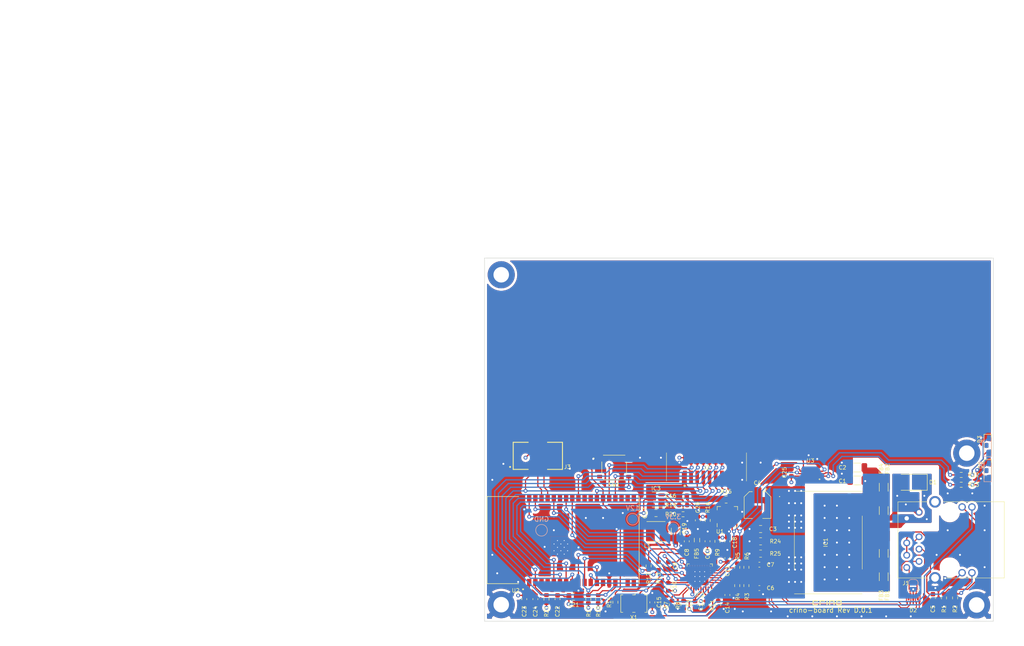
<source format=kicad_pcb>
(kicad_pcb (version 20221018) (generator pcbnew)
  (layers (0 "F.Cu" signal) (1 "In1.Cu" signal) (2 "In2.Cu" signal) (31 "B.Cu" signal) (34 "B.Paste" user) (35 "F.Paste" user) (36 "B.SilkS" user "B.Silkscreen") (37 "F.SilkS" user "F.Silkscreen") (38 "B.Mask" user) (39 "F.Mask" user) (44 "Edge.Cuts" user))
  (net 0 "")
  (net 1 "Net-(C2-Pad1)")
  (net 2 "/mcu/ESP_EN")
  (net 3 "Net-(D5-Pad2)")
  (net 4 "/mcu/poe/+12V_INTERNAL")
  (net 5 "/mcu/+12V")
  (net 6 "/mcu/ethernet/TD-")
  (net 7 "/mcu/ethernet/TD+")
  (net 8 "/mcu/ethernet/RD-")
  (net 9 "/mcu/ethernet/RD+")
  (net 10 "/mcu/+3.3V")
  (net 11 "/mcu/GPIO0")
  (net 12 "/mcu/esp32/TXD0")
  (net 13 "/mcu/esp32/RXD0")
  (net 14 "/mcu/esp32/GPIO25_EMAC_RXD0(RMII)")
  (net 15 "/mcu/esp32/GPIO26_EMAC_RXD1(RMII)")
  (net 16 "/mcu/esp32/GPIO27_EMAC_RX_CRS_DV")
  (net 17 "/mcu/esp32/GPIO18_MDIO(RMII)")
  (net 18 "/mcu/GPIO32")
  (net 19 "/mcu/GND")
  (net 20 "/mcu/GPIO13_I2C_SDA")
  (net 21 "/mcu/esp32/GPIO23_MDC(RMII)")
  (net 22 "/mcu/esp32/GPIO21_EMAC_TX_EN(RMII)")
  (net 23 "/mcu/esp32/GPIO19_EMAC_TXD0(RMII)")
  (net 24 "/mcu/esp32/GPIO22_EMAC_TXD1(RMII)")
  (net 25 "/mcu/GPIO2")
  (net 26 "/mcu/GPIO14")
  (net 27 "Net-(FB2-Pad2)")
  (net 28 "/mcu/GPI35")
  (net 29 "/mcu/GPI34")
  (net 30 "/mcu/GPIO15")
  (net 34 "/mcu/ethernet/V-")
  (net 35 "/mcu/ethernet/V+")
  (net 36 "/mcu/GPIO12_I2C_SCL")
  (net 37 "/mcu/GPIO33")
  (net 38 "Net-(C1-Pad1)")
  (net 39 "Net-(C6-Pad1)")
  (net 40 "Net-(C7-Pad1)")
  (net 41 "Net-(C5-Pad1)")
  (net 42 "Net-(C14-Pad1)")
  (net 43 "Net-(C13-Pad1)")
  (net 44 "Net-(C17-Pad1)")
  (net 45 "Net-(C17-Pad2)")
  (net 46 "Net-(D3-Pad2)")
  (net 47 "Net-(FB1-Pad2)")
  (net 49 "Net-(IC2-Pad1)")
  (net 50 "Net-(IC2-Pad8)")
  (net 51 "Net-(IC2-Pad9)")
  (net 52 "Net-(IC2-Pad10)")
  (net 59 "Net-(IC2-Pad24)")
  (net 60 "Net-(IC2-Pad25)")
  (net 63 "Net-(IC3-Pad3)")
  (net 74 "Net-(J1-Pad12)")
  (net 75 "Net-(J1-Pad13)")
  (net 76 "/mcu/ethernet/AVDD")
  (net 80 "Net-(R16-Pad1)")
  (net 81 "Net-(R14-Pad1)")
  (net 82 "Net-(D2-Pad12)")
  (net 83 "/mcu/MH")
  (net 84 "/mcu/io/LED1")
  (net 85 "/mcu/io/LED2")
  (net 86 "/mcu/GPIO4")
  (net 87 "/mcu/GPIO5")
  (net 88 "/mcu/I2C_GPIO1")
  (net 89 "/mcu/I2C_GPIO2")
  (footprint "Capacitor_SMD:C_0603_1608Metric" (layer "F.Cu") (at 140.97 102.108)
    (fp_text reference "C16")
    (fp_text value "4.7u")
  )
  (footprint "Capacitor_SMD:C_0805_2012Metric" (layer "F.Cu") (at 135.382 105.664 180)
    (fp_text reference "C17")
    (fp_text value "100n")
  )
  (footprint "Capacitor_SMD:C_1206_3216Metric" (layer "F.Cu") (at 139.446 109.474 90)
    (fp_text reference "C19")
    (fp_text value "22u")
  )
  (footprint "Capacitor_SMD:C_0603_1608Metric" (layer "F.Cu") (at 108.204 123.444 -90)
    (fp_text reference "C23")
    (fp_text value "22u")
  )
  (footprint "Capacitor_SMD:C_0603_1608Metric" (layer "F.Cu") (at 110.49 123.444 -90)
    (fp_text reference "C24")
    (fp_text value "100n")
  )
  (footprint "Capacitor_SMD:C_0603_1608Metric" (layer "F.Cu") (at 192.532 123.19 -90)
    (fp_text reference "C5")
    (fp_text value "22p")
  )
  (footprint "general:LED_3210Metric_Right_Angle" (layer "F.Cu") (at 203.708 91.567 -90)
    (fp_text reference "D3")
    (fp_text value "LED_GREEN")
  )
  (footprint "general:LED_3210Metric_Right_Angle" (layer "F.Cu") (at 203.708 96.774 -90)
    (fp_text reference "D5")
    (fp_text value "LED_BLUE")
  )
  (footprint "general:L_4.2x4.2_H2" (layer "F.Cu") (at 135.382 109.474 180)
    (fp_text reference "L1")
    (fp_text value "4.7u")
  )
  (footprint "Resistor_SMD:R_0805_2012Metric" (layer "F.Cu") (at 149.86 102.87)
    (fp_text reference "R15")
    (fp_text value "0.68")
  )
  (footprint "Resistor_SMD:R_0603_1608Metric" (layer "F.Cu") (at 140.97 105.918 180)
    (fp_text reference "R20")
    (fp_text value "22.1k")
  )
  (footprint "Resistor_SMD:R_0603_1608Metric" (layer "F.Cu") (at 140.97 104.013 180)
    (fp_text reference "R19")
    (fp_text value "100k")
  )
  (footprint "Resistor_SMD:R_0603_1608Metric" (layer "F.Cu") (at 198.374 97.79)
    (fp_text reference "R22")
    (fp_text value "100")
  )
  (footprint "Resistor_SMD:R_0603_1608Metric" (layer "F.Cu") (at 198.374 99.822)
    (fp_text reference "R23")
    (fp_text value "100")
  )
  (footprint "Resistor_SMD:R_0603_1608Metric" (layer "F.Cu") (at 148.209 124.62 90)
    (fp_text reference "R11")
    (fp_text value "2.49k")
  )
  (footprint "general:SW_TS-1187A-B-A-B" (layer "F.Cu") (at 126.746 96.266)
    (fp_text reference "SW1")
    (fp_text value "SW_Push")
  )
  (footprint "Capacitor_SMD:C_0603_1608Metric" (layer "F.Cu") (at 150.114 111.519 -90)
    (fp_text reference "C18")
    (fp_text value "100n")
  )
  (footprint "Capacitor_SMD:C_0603_1608Metric" (layer "F.Cu") (at 144.018 107.175 -90)
    (fp_text reference "C20")
    (fp_text value "100n")
  )
  (footprint "Resistor_SMD:R_0603_1608Metric" (layer "F.Cu") (at 121.412 123.444 -90)
    (fp_text reference "R17")
    (fp_text value "5.6k")
  )
  (footprint "Resistor_SMD:R_0603_1608Metric" (layer "F.Cu") (at 123.444 123.444 -90)
    (fp_text reference "R18")
    (fp_text value "5.6k")
  )
  (footprint "Package_TO_SOT_SMD:SOT-23-6" (layer "F.Cu") (at 135.382 102.87 180)
    (fp_text reference "IC3")
    (fp_text value "SY8120B1ABC")
  )
  (footprint "Resistor_SMD:R_0603_1608Metric" (layer "F.Cu") (at 146.05 107.188 90)
    (fp_text reference "R16")
    (fp_text value "2.2k")
  )
  (footprint "general:ESP32-WROVER-E-N4R8" (layer "F.Cu") (at 116.205 111.252 90)
    (fp_text reference "U2")
    (fp_text value "ESP32-WROVER-E-N4R8")
  )
  (footprint "Capacitor_SMD:C_0603_1608Metric" (layer "F.Cu") (at 115.062 123.444 -90)
    (fp_text reference "C22")
    (fp_text value "1u")
  )
  (footprint "Resistor_SMD:R_0603_1608Metric" (layer "F.Cu") (at 112.776 123.444 90)
    (fp_text reference "R21")
    (fp_text value "10k")
  )
  (footprint "Capacitor_SMD:C_0805_2012Metric" (layer "F.Cu") (at 118.364 122.936)
    (fp_text reference "C21")
    (fp_text value "100n")
  )
  (footprint "Resistor_SMD:R_0603_1608Metric" (layer "F.Cu") (at 152.146 116.873 90)
    (fp_text reference "R5")
    (fp_text value "49.9")
  )
  (footprint "Capacitor_SMD:C_0603_1608Metric" (layer "F.Cu") (at 163.32 97.282 90)
    (fp_text reference "C25")
    (fp_text value "100n")
  )
  (footprint "Resistor_SMD:R_0603_1608Metric" (layer "F.Cu") (at 137.922 120.904 90)
    (fp_text reference "R10")
    (fp_text value "4.7k")
  )
  (footprint "MountingHole:MountingHole_3.2mm_M3_DIN965_Pad" (layer "F.Cu") (at 103.4415 56.4515)
    (fp_text reference "H4" hide)
    (fp_text value "MountingHole_Pad")
  )
  (footprint "Capacitor_SMD:CP_Elec_5x5.4" (layer "F.Cu") (at 156.337 104.013 -90)
    (fp_text reference "C4")
    (fp_text value "100u")
  )
  (footprint "Inductor_SMD:L_0805_2012Metric" (layer "F.Cu") (at 143.8445 111.252 -90)
    (fp_text reference "FB5")
    (fp_text value "FerriteBead")
  )
  (footprint "Capacitor_SMD:C_0603_1608Metric" (layer "F.Cu") (at 141.732 111.506 -90)
    (fp_text reference "C8")
    (fp_text value "47u")
  )
  (footprint "Capacitor_SMD:C_0603_1608Metric" (layer "F.Cu") (at 146.014333 111.493 90)
    (fp_text reference "C10")
    (fp_text value "47u")
  )
  (footprint "Capacitor_SMD:C_1206_3216Metric" (layer "F.Cu") (at 176.911 98.933 180)
    (fp_text reference "C1")
    (fp_text value "4.7n")
  )
  (footprint "Package_DFN_QFN:QFN-32-1EP_5x5mm_P0.5mm_EP3.6x3.6mm_ThermalVias" (layer "F.Cu") (at 144.412 118.778 180)
    (fp_text reference "IC2")
    (fp_text value "RTL8201F-VB-CG")
  )
  (footprint "Capacitor_SMD:C_0603_1608Metric" (layer "F.Cu") (at 134.62 124.112 90)
    (fp_text reference "C15")
    (fp_text value "100n")
  )
  (footprint "Diode_SMD:D_SMA" (layer "F.Cu") (at 187.96 99.314 180)
    (fp_text reference "D1")
    (fp_text value "D_Schottky")
  )
  (footprint "general:SAMTEC_SHF-103-01-L-D-SM" (layer "F.Cu") (at 110.998 94.107)
    (fp_text reference "J3")
    (fp_text value "SHF-103-01-L-D-SM")
  )
  (footprint "Resistor_SMD:R_0603_1608Metric" (layer "F.Cu") (at 152.146 120.658 -90)
    (fp_text reference "R4")
    (fp_text value "49.9")
  )
  (footprint "Capacitor_SMD:C_0603_1608Metric" (layer "F.Cu") (at 156.718 116.332)
    (fp_text reference "C7")
    (fp_text value "100n")
  )
  (footprint "Capacitor_SMD:C_0603_1608Metric" (layer "F.Cu") (at 145.82775 124.607 -90)
    (fp_text reference "C12")
    (fp_text value "100n")
  )
  (footprint "Resistor_SMD:R_0603_1608Metric" (layer "F.Cu") (at 138.684 124.62 -90)
    (fp_text reference "R7")
    (fp_text value "4.7k")
  )
  (footprint "MountingHole:MountingHole_3.2mm_M3_DIN965_Pad" (layer "F.Cu") (at 103.4415 124.587)
    (fp_text reference "H2" hide)
    (fp_text value "MountingHole_Pad")
  )
  (footprint "Package_DFN_QFN:UQFN-16-1EP_4x4mm_P0.65mm_EP2.6x2.6mm" (layer "F.Cu") (at 150.114 106.426 90)
    (fp_text reference "U1")
    (fp_text value "PAC1932T-I/JQ")
  )
  (footprint "general:SHF-108-01-X-D-SM" (layer "F.Cu") (at 145.796 96.266)
    (fp_text reference "J2")
    (fp_text value "SHF-108-01-L-D-SM" hide)
  )
  (footprint "Inductor_SMD:L_1206_3216Metric" (layer "F.Cu") (at 182.372 105.1558 90)
    (fp_text reference "FB2")
    (fp_text value "FerriteBead")
  )
  (footprint "Capacitor_SMD:C_0603_1608Metric" (layer "F.Cu") (at 137.922 116.586 -90)
    (fp_text reference "C9")
    (fp_text value "100n")
  )
  (footprint "Capacitor_SMD:C_0603_1608Metric" (layer "F.Cu") (at 156.718 121.158)
    (fp_text reference "C6")
    (fp_text value "100n")
  )
  (footprint "MountingHole:MountingHole_3.2mm_M3_DIN965_Pad" (layer "F.Cu") (at 199.517 93.2942)
    (fp_text reference "H3" hide)
    (fp_text value "MountingHole_Pad")
  )
  (footprint "Inductor_SMD:L_1206_3216Metric" (layer "F.Cu") (at 182.372 113.995 -90)
    (fp_text reference "FB1")
    (fp_text value "FerriteBead")
  )
  (footprint "Capacitor_SMD:C_0805_2012Metric" (layer "F.Cu") (at 156.972 108.966 180)
    (fp_text reference "C3")
    (fp_text value "10u")
  )
  (footprint "Resistor_SMD:R_0603_1608Metric" (layer "F.Cu") (at 194.818 123.19 90)
    (fp_text reference "R1")
    (fp_text value "270")
  )
  (footprint "Resistor_SMD:R_0603_1608Metric" (layer "F.Cu") (at 197.104 123.19 90)
    (fp_text reference "R2")
    (fp_text value "270")
  )
  (footprint "Inductor_SMD:L_1206_3216Metric" (layer "F.Cu") (at 182.372 118.821 -90)
    (fp_text reference "FB3")
    (fp_text value "FerriteBead")
  )
  (footprint "Resistor_SMD:R_0805_2012Metric" (layer "F.Cu") (at 156.972 111.506 180)
    (fp_text reference "R24")
    (fp_text value "750")
  )
  (footprint "Resistor_SMD:R_0603_1608Metric" (layer "F.Cu") (at 127 124.079 90)
    (fp_text reference "R14")
    (fp_text value "0")
  )
  (footprint "Resistor_SMD:R_0603_1608Metric" (layer "F.Cu") (at 148.064166 111.506 -90)
    (fp_text reference "R9")
    (fp_text value "4.7k")
  )
  (footprint "Capacitor_SMD:C_0603_1608Metric" (layer "F.Cu") (at 150.114 114.968 90)
    (fp_text reference "C11")
    (fp_text value "100n")
  )
  (footprint "Resistor_SMD:R_0603_1608Metric" (layer "F.Cu") (at 141.06525 124.62 -90)
    (fp_text reference "R8")
    (fp_text value "4.7k")
  )
  (footprint "general:AG9912M" (layer "F.Cu") (at 170.942 111.76 -90)
    (fp_text reference "IC1")
    (fp_text value "AG9912M" hide)
  )
  (footprint "Oscillator:Oscillator_SMD_SeikoEpson_SG8002LB-4Pin_5.0x3.2mm" (layer "F.Cu") (at 130.81 124.366 180)
    (fp_text reference "X1")
    (fp_text value "SG-5032CCN")
  )
  (footprint "MountingHole:MountingHole_3.2mm_M3_DIN965_Pad" (layer "F.Cu") (at 201.549 124.6505)
    (fp_text reference "H1" hide)
    (fp_text value "MountingHole_Pad")
  )
  (footprint "Resistor_SMD:R_0805_2012Metric" (layer "F.Cu") (at 156.972 114.046 180)
    (fp_text reference "R25")
    (fp_text value "750")
  )
  (footprint "Resistor_SMD:R_0603_1608Metric" (layer "F.Cu") (at 135.89 116.586 -90)
    (fp_text reference "R13")
    (fp_text value "0")
  )
  (footprint "Capacitor_SMD:C_0603_1608Metric" (layer "F.Cu") (at 150.114 122.588 -90)
    (fp_text reference "C14")
    (fp_text value "100n")
  )
  (footprint "Resistor_SMD:R_0603_1608Metric" (layer "F.Cu") (at 154.038 120.65 -90)
    (fp_text reference "R3")
    (fp_text value "49.9")
  )
  (footprint "general:SON50P300X300X100-9N-D" (layer "F.Cu") (at 167.259 97.282 180)
    (fp_text reference "U3")
    (fp_text value "PCA9536TK" hide)
  )
  (footprint "Resistor_SMD:R_0603_1608Metric" (layer "F.Cu") (at 154.038 116.873 90)
    (fp_text reference "R6")
    (fp_text value "49.9")
  )
  (footprint "Resistor_SMD:R_0603_1608Metric" (layer "F.Cu") (at 133.858 116.586 -90)
    (fp_text reference "R12")
    (fp_text value "0")
  )
  (footprint "Capacitor_SMD:C_1206_3216Metric" (layer "F.Cu") (at 176.911 96.266 180)
    (fp_text reference "C2")
    (fp_text value "4.7n")
  )
  (footprint "general:crino_logo" (layer "F.Cu") (at 170.688 124.206)
    (fp_text reference "H5" hide)
    (fp_text value "CrinoLogo" hide)
  )
  (footprint "general:RCLAMP3374NTCT" (layer "F.Cu") (at 188.468 123.19 180)
    (fp_text reference "D2")
    (fp_text value "RCLAMP3374N.TCT" hide)
  )
  (footprint "Capacitor_SMD:C_0603_1608Metric" (layer "F.Cu") (at 143.4465 124.62 -90)
    (fp_text reference "C13")
    (fp_text value "100n")
  )
  (footprint "general:JXD10009NL" (layer "F.Cu") (at 196.0002 111.0912)
    (fp_text reference "J1")
    (fp_text value "JXD1-0009NL" hide)
  )
  (footprint "Inductor_SMD:L_1206_3216Metric" (layer "F.Cu") (at 182.372 100.3298 90)
    (fp_text reference "FB4")
    (fp_text value "FerriteBead")
  )
  (footprint "TestPoint:TestPoint_Pad_D2.0mm" (layer "B.Cu") (at 130.556 106.934)
    (fp_text reference "TP1" hide)
    (fp_text value "12V")
  )
  (footprint "TestPoint:TestPoint_Pad_D2.0mm" (layer "B.Cu") (at 111.76 109.22)
    (fp_text reference "TP3" hide)
    (fp_text value "GND")
  )
  (footprint "TestPoint:TestPoint_Pad_D2.0mm" (layer "B.Cu") (at 138.938 108.712)
    (fp_text reference "TP2" hide)
    (fp_text value "3.3V")
  )
  (footprint "general:LED_3210Metric_Right_Angle" (layer "B.Cu") (at 203.708 97.028 90)
    (fp_text reference "D6")
    (fp_text value "LED_BLUE")
  )
  (footprint "general:LED_3210Metric_Right_Angle" (layer "B.Cu") (at 203.708 91.821 90)
    (fp_text reference "D4")
    (fp_text value "LED_GREEN")
  )
  (footprint "Jumper:SolderJumper-2_P1.3mm_Open_RoundedPad1.0x1.5mm" (layer "B.Cu") (at 188.468 120.777 90)
    (fp_text reference "JP1" hide)
    (fp_text value "SolderJumper_2_Open")
  )
  (gr_line (start 205 128) (end 100 128) (stroke (width 0.1)) (layer "Edge.Cuts"))
  (gr_line (start 100 128) (end 100 53) (stroke (width 0.1)) (layer "Edge.Cuts"))
  (gr_line (start 100 53) (end 205 53) (stroke (width 0.1)) (layer "Edge.Cuts"))
  (gr_line (start 205 53) (end 205 128) (stroke (width 0.1)) (layer "Edge.Cuts"))
  (gr_text "crino-board Rev D.0.1" (at 171.45 125.73) (layer "F.SilkS") (effects (font (size 1 1))))
  (segment (start 115.062 122.669) (end 116.192 122.669) (width 0.25) (layer "F.Cu") (net 2))
  (segment (start 112.102 122.619) (end 112.776 122.619) (width 0.25) (layer "F.Cu") (net 2))
  (segment (start 110.49 117.348) (end 110.485 117.353) (width 0.25) (layer "F.Cu") (net 2))
  (segment (start 117.414 122.936) (end 116.459 122.936) (width 0.25) (layer "F.Cu") (net 2))
  (segment (start 117.414 124.394) (end 117.348 124.46) (width 0.25) (layer "F.Cu") (net 2))
  (segment (start 108.458 98.806) (end 108.458 101.092) (width 0.25) (layer "F.Cu") (net 2))
  (segment (start 110.485 117.353) (end 110.485 120.002) (width 0.25) (layer "F.Cu") (net 2))
  (segment (start 109.728 97.536) (end 108.458 98.806) (width 0.25) (layer "F.Cu") (net 2))
  (segment (start 129.746 100.282) (end 129.794 100.33) (width 0.25) (layer "F.Cu") (net 2))
  (segment (start 110.485 120.002) (end 110.485 121.002) (width 0.25) (layer "F.Cu") (net 2))
  (segment (start 112.776 122.619) (end 115.012 122.619) (width 0.25) (layer "F.Cu") (net 2))
  (segment (start 116.192 122.669) (end 116.459 122.936) (width 0.25) (layer "F.Cu") (net 2))
  (segment (start 109.728 96.1395) (end 109.728 97.536) (width 0.25) (layer "F.Cu") (net 2))
  (segment (start 134.366 120.65) (end 136.652 118.364) (width 0.25) (layer "F.Cu") (net 2))
  (segment (start 132.08 122.174) (end 132.588 121.666) (width 0.25) (layer "F.Cu") (net 2))
  (segment (start 133.35 121.666) (end 134.366 120.65) (width 0.25) (layer "F.Cu") (net 2))
  (segment (start 117.414 122.936) (end 117.414 124.394) (width 0.25) (layer "F.Cu") (net 2))
  (segment (start 129.746 98.141) (end 129.746 100.282) (width 0.25) (layer "F.Cu") (net 2))
  (segment (start 140.458 119.028) (end 141.962 119.028) (width 0.25) (layer "F.Cu") (net 2))
  (segment (start 132.588 121.666) (end 133.35 121.666) (width 0.25) (layer "F.Cu") (net 2))
  (segment (start 132.08 123.266) (end 132.08 122.174) (width 0.25) (layer "F.Cu") (net 2))
  (segment (start 110.485 121.002) (end 112.102 122.619) (width 0.25) (layer "F.Cu") (net 2))
  (segment (start 139.794 118.364) (end 140.458 119.028) (width 0.25) (layer "F.Cu") (net 2))
  (segment (start 136.652 118.364) (end 139.794 118.364) (width 0.25) (layer "F.Cu") (net 2))
  (via (at 110.49 117.348) (size 0.8) (drill 0.4) (layers "F.Cu" "B.Cu") (net 2))
  (via (at 133.35 121.666) (size 0.8) (drill 0.4) (layers "F.Cu" "B.Cu") (net 2))
  (via (at 117.348 124.46) (size 0.8) (drill 0.4) (layers "F.Cu" "B.Cu") (net 2))
  (via (at 108.458 101.092) (size 0.8) (drill 0.4) (layers "F.Cu" "B.Cu") (net 2))
  (via (at 129.794 100.33) (size 0.8) (drill 0.4) (layers "F.Cu" "B.Cu") (net 2))
  (segment (start 105.918 101.092) (end 108.458 101.092) (width 0.25) (layer "B.Cu") (net 2))
  (segment (start 110.49 117.348) (end 110.236 117.348) (width 0.25) (layer "B.Cu") (net 2))
  (segment (start 127 121.666) (end 124.206 124.46) (width 0.25) (layer "B.Cu") (net 2))
  (segment (start 127 121.666) (end 133.35 121.666) (width 0.25) (layer "B.Cu") (net 2))
  (segment (start 124.206 124.46) (end 117.348 124.46) (width 0.25) (layer "B.Cu") (net 2))
  (segment (start 121.92 101.092) (end 122.682 100.33) (width 0.25) (layer "B.Cu") (net 2))
  (segment (start 122.682 100.33) (end 129.794 100.33) (width 0.25) (layer "B.Cu") (net 2))
  (segment (start 108.458 101.092) (end 121.92 101.092) (width 0.25) (layer "B.Cu") (net 2))
  (segment (start 110.236 117.348) (end 104.394 111.506) (width 0.25) (layer "B.Cu") (net 2))
  (segment (start 104.394 102.616) (end 105.918 101.092) (width 0.25) (layer "B.Cu") (net 2))
  (segment (start 104.394 111.506) (end 104.394 102.616) (width 0.25) (layer "B.Cu") (net 2))
  (segment (start 203.454 99.822) (end 200.66 99.822) (width 0.25) (layer "F.Cu") (net 3))
  (segment (start 204.089 99.187) (end 203.454 99.822) (width 0.25) (layer "F.Cu") (net 3))
  (segment (start 204.089 98.401) (end 204.089 99.187) (width 0.25) (layer "F.Cu") (net 3))
  (segment (start 199.199 99.822) (end 200.66 99.822) (width 0.25) (layer "F.Cu") (net 3))
  (via (at 200.66 99.822) (size 0.8) (drill 0.4) (layers "F.Cu" "B.Cu") (net 3))
  (segment (start 202.842631 96.877369) (end 202.842631 96.416631) (width 0.25) (layer "B.Cu") (net 3))
  (segment (start 203.858262 95.401) (end 202.842631 96.416631) (width 0.25) (layer "B.Cu") (net 3))
  (segment (start 201.753 97.967) (end 202.842631 96.877369) (width 0.25) (layer "B.Cu") (net 3))
  (segment (start 200.66 99.822) (end 201.753 98.729) (width 0.25) (layer "B.Cu") (net 3))
  (segment (start 201.753 98.729) (end 201.753 97.967) (width 0.25) (layer "B.Cu") (net 3))
  (segment (start 204.089 95.401) (end 203.858262 95.401) (width 0.25) (layer "B.Cu") (net 3))
  (segment (start 149.789 104.4885) (end 149.789 103.8535) (width 0.25) (layer "F.Cu") (net 4))
  (segment (start 175.055 99.314) (end 175.436 98.933) (width 0.25) (layer "F.Cu") (net 4))
  (segment (start 165.354 99.822) (end 165.862 99.314) (width 0.25) (layer "F.Cu") (net 4))
  (segment (start 165.354 101.092) (end 165.354 99.822) (width 0.25) (layer "F.Cu") (net 4))
  (segment (start 165.862 99.314) (end 175.055 99.314) (width 0.25) (layer "F.Cu") (net 4))
  (segment (start 149.789 103.8535) (end 150.7725 102.87) (width 0.25) (layer "F.Cu") (net 4))
  (via (at 165.354 106.172) (size 0.8) (drill 0.4) (layers "F.Cu" "B.Cu") (net 4))
  (via (at 165.354 108.712) (size 0.8) (drill 0.4) (layers "F.Cu" "B.Cu") (net 4))
  (via (at 165.354 103.632) (size 0.8) (drill 0.4) (layers "F.Cu" "B.Cu") (net 4))
  (via (at 164.084 108.712) (size 0.8) (drill 0.4) (layers "F.Cu" "B.Cu") (net 4))
  (via (at 164.084 107.442) (size 0.8) (drill 0.4) (layers "F.Cu" "B.Cu") (net 4))
  (via (at 164.084 106.172) (size 0.8) (drill 0.4) (layers "F.Cu" "B.Cu") (net 4))
  (via (at 162.814 106.172) (size 0.8) (drill 0.4) (layers "F.Cu" "B.Cu") (net 4))
  (via (at 162.814 101.092) (size 0.8) (drill 0.4) (layers "F.Cu" "B.Cu") (net 4))
  (via (at 165.354 107.442) (size 0.8) (drill 0.4) (layers "F.Cu" "B.Cu") (net 4))
  (via (at 162.814 107.442) (size 0.8) (drill 0.4) (layers "F.Cu" "B.Cu") (net 4))
  (via (at 162.814 108.712) (size 0.8) (drill 0.4) (layers "F.Cu" "B.Cu") (net 4))
  (via (at 164.084 101.092) (size 0.8) (drill 0.4) (layers "F.Cu" "B.Cu") (net 4))
  (via (at 165.354 101.092) (size 0.8) (drill 0.4) (layers "F.Cu" "B.Cu") (net 4))
  (via (at 162.814 103.632) (size 0.8) (drill 0.4) (layers "F.Cu" "B.Cu") (net 4))
  (via (at 164.084 103.632) (size 0.8) (drill 0.4) (layers "F.Cu" "B.Cu") (net 4))
  (segment (start 149.139 104.4885) (end 149.139 103.0615) (width 0.25) (layer "F.Cu") (net 5))
  (segment (start 134.2445 102.87) (end 133.096 102.87) (width 0.25) (layer "F.Cu") (net 5))
  (segment (start 133.096 102.87) (end 132.842 103.124) (width 0.25) (layer "F.Cu") (net 5))
  (segment (start 132.842 103.124) (end 132.842 105.664) (width 0.25) (layer "F.Cu") (net 5))
  (via (at 132.842 105.664) (size 0.8) (drill 0.4) (layers "F.Cu" "B.Cu") (net 5))
  (segment (start 131.826 105.664) (end 132.842 105.664) (width 0.25) (layer "B.Cu") (net 5))
  (segment (start 130.556 106.934) (end 131.826 105.664) (width 0.25) (layer "B.Cu") (net 5))
  (segment (start 189.1665 114.3635) (end 190.3095 114.3635) (width 0.2) (layer "F.Cu") (net 6))
  (segment (start 148.726 119.028) (end 146.862 119.028) (width 0.2) (layer "F.Cu") (net 6))
  (segment (start 189.118 121.524) (end 189.23 121.412) (width 0.2) (layer "F.Cu") (net 6))
  (segment (start 159.258 123.952) (end 161.036 125.73) (width 0.2) (layer "F.Cu") (net 6))
  (segment (start 190.783 114.837) (end 190.783 116.557) (width 0.2) (layer "F.Cu") (net 6))
  (segment (start 189.23 121.412) (end 189.23 118.11) (width 0.2) (layer "F.Cu") (net 6))
  (segment (start 188.468 113.665) (end 189.1665 114.3635) (width 0.2) (layer "F.Cu") (net 6))
  (segment (start 189.118 125.11) (end 189.118 124.18) (width 0.2) (layer "F.Cu") (net 6))
  (segment (start 190.783 116.557) (end 189.23 118.11) (width 0.2) (layer "F.Cu") (net 6))
  (segment (start 152.661 119.133) (end 154.425 119.133) (width 0.2) (layer "F.Cu") (net 6))
  (segment (start 155.067 119.38) (end 158.496 119.38) (width 0.2) (layer "F.Cu") (net 6))
  (segment (start 152.146 119.833) (end 152.146 119.648) (width 0.2) (layer "F.Cu") (net 6))
  (segment (start 161.036 125.73) (end 188.468 125.73) (width 0.2) (layer "F.Cu") (net 6))
  (segment (start 152.146 119.833) (end 149.531 119.833) (width 0.2) (layer "F.Cu") (net 6))
  (segment (start 149.531 119.833) (end 148.726 119.028) (width 0.2) (layer "F.Cu") (net 6))
  (segment (start 188.468 111.7644) (end 188.468 113.665) (width 0.2) (layer "F.Cu") (net 6))
  (segment (start 188.928 122.39) (end 188.928 123.99) (width 0.2) (layer "F.Cu") (net 6))
  (segment (start 189.6662 110.5662) (end 188.468 111.7644) (width 0.2) (layer "F.Cu") (net 6))
  (segment (start 152.146 119.648) (end 152.661 119.133) (width 0.2) (layer "F.Cu") (net 6))
  (segment (start 159.258 120.142) (end 159.258 123.952) (width 0.2) (layer "F.Cu") (net 6))
  (segment (start 189.088 125.11) (end 189.118 125.11) (width 0.2) (layer "F.Cu") (net 6))
  (segment (start 154.432 119.126) (end 154.813 119.126) (width 0.2) (layer "F.Cu") (net 6))
  (segment (start 188.468 125.73) (end 189.088 125.11) (width 0.2) (layer "F.Cu") (net 6))
  (segment (start 189.118 122.2) (end 189.118 121.524) (width 0.2) (layer "F.Cu") (net 6))
  (segment (start 189.118 122.2) (end 188.928 122.39) (width 0.2) (layer "F.Cu") (net 6))
  (segment (start 154.813 119.126) (end 155.067 119.38) (width 0.2) (layer "F.Cu") (net 6))
  (segment (start 158.496 119.38) (end 159.258 120.142) (width 0.2) (layer "F.Cu") (net 6))
  (segment (start 188.928 123.99) (end 189.118 124.18) (width 0.2) (layer "F.Cu") (net 6))
  (segment (start 190.3095 114.3635) (end 190.783 114.837) (width 0.2) (layer "F.Cu") (net 6))
  (segment (start 154.425 119.133) (end 154.432 119.126) (width 0.2) (layer "F.Cu") (net 6))
  (segment (start 158.187 119.833) (end 153.543 119.833) (width 0.2) (layer "F.Cu") (net 7))
  (segment (start 189.878 122.36) (end 189.878 124.02) (width 0.2) (layer "F.Cu") (net 7))
  (segment (start 149.665314 120.533) (end 152.843 120.533) (width 0.2) (layer "F.Cu") (net 7))
  (segment (start 189.878 124.02) (end 189.718 124.18) (width 0.2) (layer "F.Cu") (net 7))
  (segment (start 189.992 121.666) (end 189.992 118.618) (width 0.2) (layer "F.Cu") (net 7))
  (segment (start 158.75 120.396) (end 158.187 119.833) (width 0.2) (layer "F.Cu") (net 7))
  (segment (start 189.718 122.2) (end 189.878 122.36) (width 0.2) (layer "F.Cu") (net 7))
  (segment (start 189.718 124.18) (end 189.718 125.242) (width 0.2) (layer "F.Cu") (net 7))
  (segment (start 188.722 126.238) (end 160.782 126.238) (width 0.2) (layer "F.Cu") (net 7))
  (segment (start 148.660314 119.528) (end 149.665314 120.533) (width 0.2) (layer "F.Cu") (net 7))
  (segment (start 189.718 122.2) (end 189.718 121.94) (width 0.2) (layer "F.Cu") (net 7))
  (segment (start 160.782 126.238) (end 158.75 124.206) (width 0.2) (layer "F.Cu") (net 7))
  (segment (start 189.718 125.242) (end 188.722 126.238) (width 0.2) (layer "F.Cu") (net 7))
  (segment (start 191.516 117.094) (end 191.516 114.3) (width 0.2) (layer "F.Cu") (net 7))
  (segment (start 191.516 114.3) (end 190.3222 113.1062) (width 0.2) (layer "F.Cu") (net 7))
  (segment (start 146.862 119.528) (end 148.660314 119.528) (width 0.2) (layer "F.Cu") (net 7))
  (segment (start 189.718 121.94) (end 189.992 121.666) (width 0.2) (layer "F.Cu") (net 7))
  (segment (start 152.843 120.533) (end 153.543 119.833) (width 0.2) (layer "F.Cu") (net 7))
  (segment (start 189.992 118.618) (end 191.516 117.094) (width 0.2) (layer "F.Cu") (net 7))
  (segment (start 190.3222 113.1062) (end 189.6662 113.1062) (width 0.2) (layer "F.Cu") (net 7))
  (segment (start 158.75 124.206) (end 158.75 120.396) (width 0.2) (layer "F.Cu") (net 7))
  (segment (start 149.690314 116.998) (end 152.843 116.998) (width 0.2) (layer "F.Cu") (net 8))
  (segment (start 186.944 124.714) (end 187.218 124.44) (width 0.2) (layer "F.Cu") (net 8))
  (segment (start 186.944 119.126) (end 186.944 121.666) (width 0.2) (layer "F.Cu") (net 8))
  (segment (start 186.1185 118.3005) (end 186.944 119.126) (width 0.2) (layer "F.Cu") (net 8))
  (segment (start 187.058 122.36) (end 187.058 124.02) (width 0.2) (layer "F.Cu") (net 8))
  (segment (start 160.37 117.698) (end 161.29 118.618) (width 0.2) (layer "F.Cu") (net 8))
  (segment (start 162.814 123.952) (end 185.42 123.952) (width 0.2) (layer "F.Cu") (net 8))
  (segment (start 187.218 122.2) (end 187.058 122.36) (width 0.2) (layer "F.Cu") (net 8))
  (segment (start 148.660314 118.028) (end 149.690314 116.998) (width 0.2) (layer "F.Cu") (net 8))
  (segment (start 161.29 122.428) (end 162.814 123.952) (width 0.2) (layer "F.Cu") (net 8))
  (segment (start 146.862 118.028) (end 148.660314 118.028) (width 0.2) (layer "F.Cu") (net 8))
  (segment (start 187.218 124.44) (end 187.218 124.18) (width 0.2) (layer "F.Cu") (net 8))
  (segment (start 161.29 118.618) (end 161.29 122.428) (width 0.2) (layer "F.Cu") (net 8))
  (segment (start 186.944 121.666) (end 187.218 121.94) (width 0.2) (layer "F.Cu") (net 8))
  (segment (start 152.843 116.998) (end 153.543 117.698) (width 0.2) (layer "F.Cu") (net 8))
  (segment (start 187.218 122.2) (end 187.218 121.94) (width 0.2) (layer "F.Cu") (net 8))
  (segment (start 187.058 124.02) (end 187.218 124.18) (width 0.2) (layer "F.Cu") (net 8))
  (segment (start 189.6662 115.6462) (end 186.8678 115.6462) (width 0.2) (layer "F.Cu") (net 8))
  (segment (start 186.182 124.714) (end 186.944 124.714) (width 0.2) (layer "F.Cu") (net 8))
  (segment (start 153.543 117.698) (end 160.37 117.698) (width 0.2) (layer "F.Cu") (net 8))
  (segment (start 185.42 123.952) (end 186.182 124.714) (width 0.2) (layer "F.Cu") (net 8))
  (segment (start 186.8678 115.6462) (end 186.1185 116.3955) (width 0.2) (layer "F.Cu") (net 8))
  (segment (start 186.1185 116.3955) (end 186.1185 118.3005) (width 0.2) (layer "F.Cu") (net 8))
  (segment (start 162.56 124.46) (end 160.782 122.682) (width 0.2) (layer "F.Cu") (net 9))
  (segment (start 187.818 124.602) (end 187.198 125.222) (width 0.2) (layer "F.Cu") (net 9))
  (segment (start 151.778 117.698) (end 149.556 117.698) (width 0.2) (layer "F.Cu") (net 9))
  (segment (start 187.818 124.18) (end 187.818 124.602) (width 0.2) (layer "F.Cu") (net 9))
  (segment (start 152.688 118.398) (end 152.146 117.856) (width 0.2) (layer "F.Cu") (net 9))
  (segment (start 152.146 117.698) (end 151.778 117.698) (width 0.2) (layer "F.Cu") (net 9))
  (segment (start 154.779 118.398) (end 152.688 118.398) (width 0.2) (layer "F.Cu") (net 9))
  (segment (start 160.782 118.872) (end 160.02 118.11) (width 0.2) (layer "F.Cu") (net 9))
  (segment (start 187.978 122.36) (end 187.978 124.02) (width 0.2) (layer "F.Cu") (net 9))
  (segment (start 187.198 125.222) (end 185.928 125.222) (width 0.2) (layer "F.Cu") (net 9))
  (segment (start 185.928 125.222) (end 185.166 124.46) (width 0.2) (layer "F.Cu") (net 9))
  (segment (start 155.067 118.11) (end 154.779 118.398) (width 0.2) (layer "F.Cu") (net 9))
  (segment (start 187.818 121.524) (end 187.632 121.338) (width 0.2) (layer "F.Cu") (net 9))
  (segment (start 160.782 122.682) (end 160.782 118.872) (width 0.2) (layer "F.Cu") (net 9))
  (segment (start 149.556 117.698) (end 148.726 118.528) (width 0.2) (layer "F.Cu") (net 9))
  (segment (start 187.818 122.2) (end 187.818 121.524) (width 0.2) (layer "F.Cu") (net 9))
  (segment (start 148.726 118.528) (end 146.862 118.528) (width 0.2) (layer "F.Cu") (net 9))
  (segment (start 187.632 117.422) (end 187.1262 116.9162) (width 0.2) (layer "F.Cu") (net 9))
  (segment (start 160.02 118.11) (end 155.067 118.11) (width 0.2) (layer "F.Cu") (net 9))
  (segment (start 187.818 122.2) (end 187.978 122.36) (width 0.2) (layer "F.Cu") (net 9))
  (segment (start 187.632 121.338) (end 187.632 117.422) (width 0.2) (layer "F.Cu") (net 9))
  (segment (start 185.166 124.46) (end 162.56 124.46) (width 0.2) (layer "F.Cu") (net 9))
  (segment (start 187.978 124.02) (end 187.818 124.18) (width 0.2) (layer "F.Cu") (net 9))
  (segment (start 152.146 117.856) (end 152.146 117.698) (width 0.2) (layer "F.Cu") (net 9))
  (segment (start 143.8445 110.1895) (end 142.2735 110.1895) (width 0.25) (layer "F.Cu") (net 10))
  (segment (start 137.922 115.811) (end 137.922 115.316) (width 0.25) (layer "F.Cu") (net 10))
  (segment (start 144.018 106.4) (end 145.008 106.4) (width 0.25) (layer "F.Cu") (net 10))
  (segment (start 110.49 122.669) (end 108.331 122.669) (width 0.25) (layer "F.Cu") (net 10))
  (segment (start 143.039 115.005) (end 143.662 115.628) (width 0.25) (layer "F.Cu") (net 10))
  (segment (start 133.812 124.887) (end 133.233 125.466) (width 0.25) (layer "F.Cu") (net 10))
  (segment (start 141.795 104.013) (end 142.494 104.013) (width 0.25) (layer "F.Cu") (net 10))
  (segment (start 109.215 121.394) (end 109.417 121.596) (width 0.25) (layer "F.Cu") (net 10))
  (segment (start 145.097 106.363) (end 145.034 106.426) (width 0.25) (layer "F.Cu") (net 10))
  (segment (start 145.008 106.4) (end 145.034 106.426) (width 0.25) (layer "F.Cu") (net 10))
  (segment (start 123.444 124.269) (end 123.444 125.222) (width 0.25) (layer "F.Cu") (net 10))
  (segment (start 134.62 124.887) (end 134.62 126.144) (width 0.25) (layer "F.Cu") (net 10))
  (segment (start 139.446 110.949) (end 139.446 109.728) (width 0.25) (layer "F.Cu") (net 10))
  (segment (start 148.082 110.681) (end 149.035 110.681) (width 0.25) (layer "F.Cu") (net 10))
  (segment (start 163.32 98.057) (end 163.32 99.312) (width 0.25) (layer "F.Cu") (net 10))
  (segment (start 149.7605 108.392) (end 149.789 108.3635) (width 0.25) (layer "F.Cu") (net 10))
  (segment (start 148.1765 106.751) (end 146.438 106.751) (width 0.25) (layer "F.Cu") (net 10))
  (segment (start 163.32 99.312) (end 163.322 99.314) (width 0.25) (layer "F.Cu") (net 10))
  (segment (start 109.728 92.964) (end 108.458 94.234) (width 0.25) (layer "F.Cu") (net 10))
  (segment (start 109.912 121.596) (end 109.417 121.596) (width 0.25) (layer "F.Cu") (net 10))
  (segment (start 139.446 109.728) (end 140.2715 108.9025) (width 0.25) (layer "F.Cu") (net 10))
  (segment (start 143.002 107.696) (end 143.002 104.521) (width 0.25) (layer "F.Cu") (net 10))
  (segment (start 108.1975 122.669) (end 106.9405 122.669) (width 0.25) (layer "F.Cu") (net 10))
  (segment (start 137.922 115.316) (end 137.16 114.554) (width 0.25) (layer "F.Cu") (net 10))
  (segment (start 139.446 110.949) (end 139.446 112.295) (width 1) (layer "F.Cu") (net 10))
  (segment (start 150.114 110.744) (end 149.098 110.744) (width 0.25) (layer "F.Cu") (net 10))
  (segment (start 141.7955 108.9025) (end 143.002 107.696) (width 0.25) (layer "F.Cu") (net 10))
  (segment (start 146.05 106.363) (end 145.097 106.363) (width 0.25) (layer "F.Cu") (net 10))
  (segment (start 121.412 124.269) (end 121.412 125.222) (width 0.25) (layer "F.Cu") (net 10))
  (segment (start 165.809 98.032) (end 163.345 98.032) (width 0.25) (layer "F.Cu") (net 10))
  (segment (start 150.114 110.744) (end 149.7605 110.3905) (width 0.25) (layer "F.Cu") (net 10))
  (segment (start 112.776 124.269) (end 112.776 125.222) (width 0.25) (layer "F.Cu") (net 10))
  (segment (start 143.662 115.628) (end 143.662 116.328) (width 0.25) (layer "F.Cu") (net 10))
  (segment (start 149.035 110.681) (end 149.098 110.744) (width 0.25) (layer "F.Cu") (net 10))
  (segment (start 139.609696 115.811) (end 140.415695 115.005) (width 0.25) (layer "F.Cu") (net 10))
  (segment (start 139.289 121.729) (end 139.319 121.699) (width 0.25) (layer "F.Cu") (net 10))
  (segment (start 137.922 115.811) (end 139.609696 115.811) (width 0.25) (layer "F.Cu") (net 10))
  (segment (start 142.494 104.013) (end 143.002 104.521) (width 0.25) (layer "F.Cu") (net 10))
  (segment (start 106.9405 122.669) (end 106.9275 122.682) (width 0.25) (layer "F.Cu") (net 10))
  (segment (start 140.415695 115.005) (end 143.039 115.005) (width 0.25) (layer "F.Cu") (net 10))
  (segment (start 137.922 121.729) (end 139.289 121.729) (width 0.25) (layer "F.Cu") (net 10))
  (segment (start 139.446 110.949) (end 139.446 112.395) (width 0.25) (layer "F.Cu") (net 10))
  (segment (start 110.49 122.174) (end 109.912 121.596) (width 0.25) (layer "F.Cu") (net 10))
  (segment (start 163.345 98.032) (end 163.32 98.057) (width 0.25) (layer "F.Cu") (net 10))
  (segment (start 140.2715 108.9025) (end 141.7955 108.9025) (width 0.25) (layer "F.Cu") (net 10))
  (segment (start 134.62 124.887) (end 133.812 124.887) (width 0.25) (layer "F.Cu") (net 10))
  (segment (start 110.49 122.669) (end 110.49 122.174) (width 0.25) (layer "F.Cu") (net 10))
  (segment (start 149.7605 110.3905) (end 149.7605 108.392) (width 0.25) (layer "F.Cu") (net 10))
  (segment (start 109.22 121.285) (end 109.215 121.28) (width 0.25) (layer "F.Cu") (net 10))
  (segment (start 132.08 125.466) (end 133.233 125.466) (width 0.25) (layer "F.Cu") (net 10))
  (segment (start 141.732 110.731) (end 141.732 109.728) (width 0.25) (layer "F.Cu") (net 10))
  (segment (start 141.351 94.2335) (end 140.2085 94.2335) (width 0.25) (layer "F.Cu") (net 10))
  (segment (start 109.215 120.002) (end 109.215 121.394) (width 0.25) (layer "F.Cu") (net 10))
  (segment (start 146.438 106.751) (end 146.05 106.363) (width 0.25) (layer "F.Cu") (net 10))
  (segment (start 142.2735 110.1895) (end 141.732 110.731) (width 0.25) (layer "F.Cu") (net 10))
  (segment (start 109.215 121.28) (end 109.215 120.002) (width 0.25) (layer "F.Cu") (net 10))
  (segment (start 140.2085 94.2335) (end 140.208 94.234) (width 0.25) (layer "F.Cu") (net 10))
  (segment (start 109.728 92.0745) (end 109.728 92.964) (width 0.25) (layer "F.Cu") (net 10))
  (via (at 139.319 121.699) (size 0.8) (drill 0.4) (layers "F.Cu" "B.Cu") (net 10))
  (via (at 134.62 126.144) (size 0.8) (drill 0.4) (layers "F.Cu" "B.Cu") (net 10))
  (via (at 163.322 99.314) (size 0.8) (drill 0.4) (layers "F.Cu" "B.Cu") (net 10))
  (via (at 140.208 94.234) (size 0.8) (drill 0.4) (layers "F.Cu" "B.Cu") (net 10))
  (via (at 145.034 106.426) (size 0.8) (drill 0.4) (layers "F.Cu" "B.Cu") (net 10))
  (via (at 121.412 125.222) (size 0.8) (drill 0.4) (layers "F.Cu" "B.Cu") (net 10))
  (via (at 139.446 112.395) (size 0.8) (drill 0.4) (layers "F.Cu" "B.Cu") (net 10))
  (via (at 149.098 110.744) (size 0.8) (drill 0.4) (layers "F.Cu" "B.Cu") (net 10))
  (via (at 137.16 114.554) (size 0.8) (drill 0.4) (layers "F.Cu" "B.Cu") (net 10))
  (via (at 141.732 109.728) (size 0.8) (drill 0.4) (layers "F.Cu" "B.Cu") (net 10))
  (via (at 108.458 94.234) (size 0.8) (drill 0.4) (layers "F.Cu" "B.Cu") (net 10))
  (via (at 123.444 125.222) (size 0.8) (drill 0.4) (layers "F.Cu" "B.Cu") (net 10))
  (via (at 112.776 125.222) (size 0.8) (drill 0.4) (layers "F.Cu" "B.Cu") (net 10))
  (via (at 106.9275 122.682) (size 0.8) (drill 0.4) (layers "F.Cu" "B.Cu") (net 10))
  (segment (start 138.938 111.887) (end 138.938 108.712) (width 0.25) (layer "B.Cu") (net 10))
  (segment (start 139.446 112.395) (end 138.938 111.887) (width 0.25) (layer "B.Cu") (net 10))
  (segment (start 122.174 96.774) (end 122.174 98.552) (width 0.25) (layer "F.Cu") (net 11))
  (segment (start 127 122.174) (end 128.016 121.158) (width 0.25) (layer "F.Cu") (net 11))
  (segment (start 112.268 92.0745) (end 114.427 94.2335) (width 0.25) (layer "F.Cu") (net 11))
  (segment (start 125.603 125.349) (end 127.127 126.873) (width 0.25) (layer "F.Cu") (net 11))
  (segment (start 125.603 123.825) (end 125.603 125.349) (width 0.25) (layer "F.Cu") (net 11))
  (segment (start 127 123.254) (end 127 122.174) (width 0.25) (layer "F.Cu") (net 11))
  (segment (start 119.6335 94.2335) (end 122.174 96.774) (width 0.25) (layer "F.Cu") (net 11))
  (segment (start 122.174 98.552) (end 124.455 100.833) (width 0.25) (layer "F.Cu") (net 11))
  (segment (start 127.127 126.873) (end 145.669 126.873) (width 0.25) (layer "F.Cu") (net 11))
  (segment (start 124.46 103.886) (end 124.46 101.927) (width 0.25) (layer "F.Cu") (net 11))
  (segment (start 145.669 126.873) (end 147.066 125.476) (width 0.25) (layer "F.Cu") (net 11))
  (segment (start 146.162 122.032) (end 146.162 121.228) (width 0.25) (layer "F.Cu") (net 11))
  (segment (start 114.427 94.2335) (end 119.6335 94.2335) (width 0.25) (layer "F.Cu") (net 11))
  (segment (start 126.174 123.254) (end 125.603 123.825) (width 0.25) (layer "F.Cu") (net 11))
  (segment (start 127 123.254) (end 126.174 123.254) (width 0.25) (layer "F.Cu") (net 11))
  (segment (start 124.455 100.833) (end 124.455 102.502) (width 0.25) (layer "F.Cu") (net 11))
  (segment (start 147.066 125.476) (end 147.066 122.936) (width 0.25) (layer "F.Cu") (net 11))
  (segment (start 147.066 122.936) (end 146.162 122.032) (width 0.25) (layer "F.Cu") (net 11))
  (segment (start 124.46 103.886) (end 124.46 102.507) (width 0.25) (layer "F.Cu") (net 11))
  (segment (start 128.016 121.158) (end 128.016 107.442) (width 0.25) (layer "F.Cu") (net 11))
  (segment (start 128.016 107.442) (end 124.46 103.886) (width 0.25) (layer "F.Cu") (net 11))
  (segment (start 110.998 96.1395) (end 110.998 100.076) (width 0.25) (layer "F.Cu") (net 12))
  (segment (start 111.755 100.833) (end 111.755 102.502) (width 0.25) (layer "F.Cu") (net 12))
  (segment (start 110.998 100.076) (end 111.755 100.833) (width 0.25) (layer "F.Cu") (net 12))
  (segment (start 112.268 96.1395) (end 112.268 100.33) (width 0.25) (layer "F.Cu") (net 13))
  (segment (start 113.025 101.087) (end 113.025 102.502) (width 0.25) (layer "F.Cu") (net 13))
  (segment (start 112.268 100.33) (end 113.025 101.087) (width 0.25) (layer "F.Cu") (net 13))
  (segment (start 133.858 117.411) (end 132.779 117.411) (width 0.25) (layer "F.Cu") (net 14))
  (segment (start 119.375 114.305) (end 119.375 120.002) (width 0.25) (layer "F.Cu") (net 14))
  (segment (start 119.38 114.3) (end 119.375 114.305) (width 0.25) (layer "F.Cu") (net 14))
  (segment (start 132.779 117.411) (end 132.588 117.602) (width 0.25) (layer "F.Cu") (net 14))
  (via (at 119.38 114.3) (size 0.8) (drill 0.4) (layers "F.Cu" "B.Cu") (net 14))
  (via (at 132.588 117.602) (size 0.8) (drill 0.4) (layers "F.Cu" "B.Cu") (net 14))
  (segment (start 119.38 114.3) (end 128.778 114.3) (width 0.25) (layer "B.Cu") (net 14))
  (segment (start 129.286 114.3) (end 128.778 114.3) (width 0.25) (layer "B.Cu") (net 14))
  (segment (start 132.588 117.602) (end 129.286 114.3) (width 0.25) (layer "B.Cu") (net 14))
  (segment (start 135.827 117.411) (end 134.874 118.364) (width 0.25) (layer "F.Cu") (net 15))
  (segment (start 135.89 117.411) (end 135.827 117.411) (width 0.25) (layer "F.Cu") (net 15))
  (segment (start 120.645 115.067) (end 120.645 120.002) (width 0.25) (layer "F.Cu") (net 15))
  (segment (start 120.65 115.062) (end 120.645 115.067) (width 0.25) (layer "F.Cu") (net 15))
  (via (at 134.874 118.364) (size 0.8) (drill 0.4) (layers "F.Cu" "B.Cu") (net 15))
  (via (at 120.65 115.062) (size 0.8) (drill 0.4) (layers "F.Cu" "B.Cu") (net 15))
  (segment (start 129.079263 115.062) (end 132.381263 118.364) (width 0.25) (layer "B.Cu") (net 15))
  (segment (start 120.65 115.062) (end 129.079263 115.062) (width 0.25) (layer "B.Cu") (net 15))
  (segment (start 132.381263 118.364) (end 134.874 118.364) (width 0.25) (layer "B.Cu") (net 15))
  (segment (start 121.92 118.491) (end 121.92 119.997) (width 0.25) (layer "F.Cu") (net 16))
  (segment (start 143.162 121.228) (end 143.162 122.174) (width 0.25) (layer "F.Cu") (net 16))
  (segment (start 143.162 122.174) (end 142.875 122.461) (width 0.25) (layer "F.Cu") (net 16))
  (via (at 121.92 118.491) (size 0.8) (drill 0.4) (layers "F.Cu" "B.Cu") (net 16))
  (via (at 142.875 122.461) (size 0.8) (drill 0.4) (layers "F.Cu" "B.Cu") (net 16))
  (segment (start 142.875 121.793) (end 142.875 122.461) (width 0.25) (layer "B.Cu") (net 16))
  (segment (start 136.652 119.38) (end 137.668 120.396) (width 0.25) (layer "B.Cu") (net 16))
  (segment (start 121.92 118.618) (end 122.682 119.38) (width 0.25) (layer "B.Cu") (net 16))
  (segment (start 141.478 120.396) (end 142.875 121.793) (width 0.25) (layer "B.Cu") (net 16))
  (segment (start 121.92 118.491) (end 121.92 118.618) (width 0.25) (layer "B.Cu") (net 16))
  (segment (start 137.668 120.396) (end 141.478 120.396) (width 0.25) (layer "B.Cu") (net 16))
  (segment (start 122.682 119.38) (end 136.652 119.38) (width 0.25) (layer "B.Cu") (net 16))
  (segment (start 118.105 109.981299) (end 118.105701 109.982) (width 0.25) (layer "F.Cu") (net 17))
  (segment (start 137.922 120.079) (end 137.922 119.126) (width 0.25) (layer "F.Cu") (net 17))
  (segment (start 118.105 109.723) (end 118.105 110.235299) (width 0.25) (layer "F.Cu") (net 17))
  (segment (start 118.105 109.723) (end 118.105 109.981299) (width 0.25) (layer "F.Cu") (net 17))
  (segment (start 118.105 110.235299) (end 118.105701 110.236) (width 0.25) (layer "F.Cu") (net 17))
  (segment (start 141.962 120.028) (end 137.973 120.028) (width 0.25) (layer "F.Cu") (net 17))
  (segment (start 118.105 102.502) (end 118.105 109.723) (width 0.25) (layer "F.Cu") (net 17))
  (via (at 137.922 119.126) (size 0.8) (drill 0.4) (layers "F.Cu" "B.Cu") (net 17))
  (via (at 118.105701 110.236) (size 0.8) (drill 0.4) (layers "F.Cu" "B.Cu") (net 17))
  (segment (start 120.645701 112.776) (end 118.105701 110.236) (width 0.25) (layer "B.Cu") (net 17))
  (segment (start 137.922 118.618) (end 132.08 112.776) (width 0.25) (layer "B.Cu") (net 17))
  (segment (start 121.412 112.776) (end 120.899701 112.776) (width 0.25) (layer "B.Cu") (net 17))
  (segment (start 120.899701 112.776) (end 120.645701 112.776) (width 0.25) (layer "B.Cu") (net 17))
  (segment (start 132.08 112.776) (end 121.412 112.776) (width 0.25) (layer "B.Cu") (net 17))
  (segment (start 137.922 119.126) (end 137.922 118.618) (width 0.25) (layer "B.Cu") (net 17))
  (segment (start 147.701 100.457) (end 148.336 101.092) (width 0.25) (layer "F.Cu") (net 18))
  (segment (start 116.835 116.083) (end 116.835 120.002) (width 0.25) (layer "F.Cu") (net 18))
  (segment (start 147.701 98.2985) (end 147.701 100.457) (width 0.25) (layer "F.Cu") (net 18))
  (segment (start 116.84 116.078) (end 116.835 116.083) (width 0.25) (layer "F.Cu") (net 18))
  (via (at 116.84 116.078) (size 0.8) (drill 0.4) (layers "F.Cu" "B.Cu") (net 18))
  (via (at 148.336 101.092) (size 0.8) (drill 0.4) (layers "F.Cu" "B.Cu") (net 18))
  (segment (start 106.68 109.982) (end 106.68 104.14) (width 0.25) (layer "B.Cu") (net 18))
  (segment (start 106.68 104.14) (end 107.315 103.505) (width 0.25) (layer "B.Cu") (net 18))
  (segment (start 145.542 103.378) (end 107.442 103.378) (width 0.25) (layer "B.Cu") (net 18))
  (segment (start 145.542 103.378) (end 146.05 103.378) (width 0.25) (layer "B.Cu") (net 18))
  (segment (start 112.776 116.078) (end 106.68 109.982) (width 0.25) (layer "B.Cu") (net 18))
  (segment (start 107.442 103.378) (end 107.315 103.505) (width 0.25) (layer "B.Cu") (net 18))
  (segment (start 146.05 103.378) (end 148.336 101.092) (width 0.25) (layer "B.Cu") (net 18))
  (segment (start 116.84 116.078) (end 112.776 116.078) (width 0.25) (layer "B.Cu") (net 18))
  (segment (start 142.115 103.253) (end 142.369 103.253) (width 0.25) (layer "F.Cu") (net 19))
  (segment (start 168.709 94.541) (end 168.656 94.488) (width 0.25) (layer "F.Cu") (net 19))
  (segment (start 202.438 96.842675) (end 203.879675 95.401) (width 0.25) (layer "F.Cu") (net 19))
  (segment (start 145.662 121.228) (end 145.662 120.028) (width 0.25) (layer "F.Cu") (net 19))
  (segment (start 137.414 102.87) (end 138.938 104.394) (width 0.25) (layer "F.Cu") (net 19))
  (segment (start 202.438 98.552) (end 202.438 96.842675) (width 0.25) (layer "F.Cu") (net 19))
  (segment (start 138.938 104.394) (end 138.938 105.664) (width 0.25) (layer "F.Cu") (net 19))
  (segment (start 140.703 112.281) (end 140.589 112.395) (width 0.25) (layer "F.Cu") (net 19))
  (segment (start 141.986 96.52) (end 140.462 96.52) (width 0.25) (layer "F.Cu") (net 19))
  (segment (start 150.439 108.3635) (end 150.439 109.4675) (width 0.25) (layer "F.Cu") (net 19))
  (segment (start 150.114 112.294) (end 150.114 113.284) (width 0.25) (layer "F.Cu") (net 19))
  (segment (start 130.705 124.431) (end 129.54 123.266) (width 0.25) (layer "F.Cu") (net 19))
  (segment (start 140.462 96.52) (end 140.208 96.266) (width 0.25) (layer "F.Cu") (net 19))
  (segment (start 142.621 97.155) (end 141.986 96.52) (width 0.25) (layer "F.Cu") (net 19))
  (segment (start 136.5195 102.87) (end 137.414 102.87) (width 0.25) (layer "F.Cu") (net 19))
  (segment (start 150.439 109.4675) (end 150.4455 109.474) (width 0.25) (layer "F.Cu") (net 19))
  (segment (start 141.745 102.108) (end 141.745 102.883) (width 0.25) (layer "F.Cu") (net 19))
  (segment (start 140.208 96.266) (end 140.208 95.25) (width 0.25) (layer "F.Cu") (net 19))
  (segment (start 133.526 124.431) (end 130.705 124.431) (width 0.25) (layer "F.Cu") (net 19))
  (segment (start 203.879675 95.401) (end 204.089 95.401) (width 0.25) (layer "F.Cu") (net 19))
  (segment (start 134.62 123.337) (end 133.526 124.431) (width 0.25) (layer "F.Cu") (net 19))
  (segment (start 150.114 114.193) (end 150.114 113.284) (width 0.25) (layer "F.Cu") (net 19))
  (segment (start 141.745 102.883) (end 142.115 103.253) (width 0.25) (layer "F.Cu") (net 19))
  (segment (start 142.369 103.253) (end 144.145 105.029) (width 0.25) (layer "F.Cu") (net 19))
  (segment (start 142.621 98.2985) (end 142.621 97.155) (width 0.25) (layer "F.Cu") (net 19))
  (segment (start 168.709 96.532) (end 168.709 94.541) (width 0.25) (layer "F.Cu") (net 19))
  (via (at 149.352 125.476) (size 0.8) (drill 0.4) (layers "F.Cu" "B.Cu") (net 19))
  (via (at 157.48 122.428) (size 0.8) (drill 0.4) (layers "F.Cu" "B.Cu") (net 19))
  (via (at 134.62 122.174) (size 0.8) (drill 0.4) (layers "F.Cu" "B.Cu") (net 19))
  (via (at 159.131 125.984) (size 0.8) (drill 0.4) (layers "F.Cu" "B.Cu") (net 19))
  (via (at 162.814 117.348) (size 0.8) (drill 0.4) (layers "F.Cu" "B.Cu") (net 19))
  (via (at 193.04 121.158) (size 0.8) (drill 0.4) (layers "F.Cu" "B.Cu") (net 19))
  (via (at 146.05 109.474) (size 0.8) (drill 0.4) (layers "F.Cu" "B.Cu") (net 19))
  (via (at 132.08 94.234) (size 0.8) (drill 0.4) (layers "F.Cu" "B.Cu") (net 19))
  (via (at 197.104 124.968) (size 0.8) (drill 0.4) (layers "F.Cu" "B.Cu") (net 19))
  (via (at 127.254 108.966) (size 0.8) (drill 0.4) (layers "F.Cu" "B.Cu") (net 19))
  (via (at 194.818 124.968) (size 0.8) (drill 0.4) (layers "F.Cu" "B.Cu") (net 19))
  (via (at 165.354 114.808) (size 0.8) (drill 0.4) (layers "F.Cu" "B.Cu") (net 19))
  (via (at 151.638 125.476) (size 0.8) (drill 0.4) (layers "F.Cu" "B.Cu") (net 19))
  (via (at 124.46 106.68) (size 0.8) (drill 0.4) (layers "F.Cu" "B.Cu") (net 19))
  (via (at 101.6 98.806) (size 0.8) (drill 0.4) (layers "F.Cu" "B.Cu") (net 19))
  (via (at 195.58 101.6) (size 0.8) (drill 0.4) (layers "F.Cu" "B.Cu") (net 19))
  (via (at 117.602 96.52) (size 0.8) (drill 0.4) (layers "F.Cu" "B.Cu") (net 19))
  (via (at 173.736 97.536) (size 0.8) (drill 0.4) (layers "F.Cu" "B.Cu") (net 19))
  (via (at 153.162 98.806) (size 0.8) (drill 0.4) (layers "F.Cu" "B.Cu") (net 19))
  (via (at 173.736 95.25) (size 0.8) (drill 0.4) (layers "F.Cu" "B.Cu") (net 19))
  (via (at 154.686 114.046) (size 0.8) (drill 0.4) (layers "F.Cu" "B.Cu") (net 19))
  (via (at 166.878 93.726) (size 0.8) (drill 0.4) (layers "F.Cu" "B.Cu") (net 19))
  (via (at 156.972 95.25) (size 0.8) (drill 0.4) (layers "F.Cu" "B.Cu") (net 19))
  (via (at 182.88 127) (size 0.8) (drill 0.4) (layers "F.Cu" "B.Cu") (net 19))
  (via (at 165.354 116.078) (size 0.8) (drill 0.4) (layers "F.Cu" "B.Cu") (net 19))
  (via (at 114.3 109.22) (size 0.8) (drill 0.4) (layers "F.Cu" "B.Cu") (net 19))
  (via (at 203.2 116.84) (size 0.8) (drill 0.4) (layers "F.Cu" "B.Cu") (net 19))
  (via (at 106.934 119.888) (size 0.8) (drill 0.4) (layers "F.Cu" "B.Cu") (net 19))
  (via (at 162.56 127) (size 0.8) (drill 0.4) (layers "F.Cu" "B.Cu") (net 19))
  (via (at 168.656 94.488) (size 0.8) (drill 0.4) (layers "F.Cu" "B.Cu") (net 19))
  (via (at 192.532 124.968) (size 0.8) (drill 0.4) (layers "F.Cu" "B.Cu") (net 19))
  (via (at 144.145 105.029) (size 0.8) (drill 0.4) (layers "F.Cu" "B.Cu") (net 19))
  (via (at 195.58 109.22) (size 0.8) (drill 0.4) (layers "F.Cu" "B.Cu") (net 19))
  (via (at 153.162 95.25) (size 0.8) (drill 0.4) (layers "F.Cu" "B.Cu") (net 19))
  (via (at 153.162 105.41) (size 0.8) (drill 0.4) (layers "F.Cu" "B.Cu") (net 19))
  (via (at 144.653 125.476) (size 0.8) (drill 0.4) (layers "F.Cu" "B.Cu") (net 19))
  (via (at 164.084 116.078) (size 0.8) (drill 0.4) (layers "F.Cu" "B.Cu") (net 19))
  (via (at 201.676 96.774) (size 0.8) (drill 0.4) (layers "F.Cu" "B.Cu") (net 19))
  (via (at 165.354 119.888) (size 0.8) (drill 0.4) (layers "F.Cu" "B.Cu") (net 19))
  (via (at 141.859 107.315) (size 0.8) (drill 0.4) (layers "F.Cu" "B.Cu") (net 19))
  (via (at 125.73 118.11) (size 0.8) (drill 0.4) (layers "F.Cu" "B.Cu") (net 19))
  (via (at 202.438 98.552) (size 0.8) (drill 0.4) (layers "F.Cu" "B.Cu") (net 19))
  (via (at 112.395 112.649) (size 0.8) (drill 0.4) (layers "F.Cu" "B.Cu") (net 19))
  (via (at 162.814 119.888) (size 0.8) (drill 0.4) (layers "F.Cu" "B.Cu") (net 19))
  (via (at 151.384 123.19) (size 0.8) (drill 0.4) (layers "F.Cu" "B.Cu") (net 19))
  (via (at 103.886 95.504) (size 0.8) (drill 0.4) (layers "F.Cu" "B.Cu") (net 19))
  (via (at 153.289 125.984) (size 0.8) (drill 0.4) (layers "F.Cu" "B.Cu") (net 19))
  (via (at 195.072 119.126) (size 0.8) (drill 0.4) (layers "F.Cu" "B.Cu") (net 19))
  (via (at 158.75 116.078) (size 0.8) (drill 0.4) (layers "F.Cu" "B.Cu") (net 19))
  (via (at 140.208 95.25) (size 0.8) (drill 0.4) (layers "F.Cu" "B.Cu") (net 19))
  (via (at 140.589 112.395) (size 0.8) (drill 0.4) (layers "F.Cu" "B.Cu") (net 19))
  (via (at 124.968 125.984) (size 0.8) (drill 0.4) (layers "F.Cu" "B.Cu") (net 19))
  (via (at 102.616 118.11) (size 0.8) (drill 0.4) (layers "F.Cu" "B.Cu") (net 19))
  (via (at 164.084 114.808) (size 0.8) (drill 0.4) (layers "F.Cu" "B.Cu") (net 19))
  (via (at 154.686 108.966) (size 0.8) (drill 0.4) (layers "F.Cu" "B.Cu") (net 19))
  (via (at 162.814 116.078) (size 0.8) (drill 0.4) (layers "F.Cu" "B.Cu") (net 19))
  (via (at 164.084 117.348) (size 0.8) (drill 0.4) (layers "F.Cu" "B.Cu") (net 19))
  (via (at 203.2 104.14) (size 0.8) (drill 0.4) (layers "F.Cu" "B.Cu") (net 19))
  (via (at 108.204 104.902) (size 0.8) (drill 0.4) (layers "F.Cu" "B.Cu") (net 19))
  (via (at 119.38 121.666) (size 0.8) (drill 0.4) (layers "F.Cu" "B.Cu") (net 19))
  (via (at 187.96 127) (size 0.8) (drill 0.4) (layers "F.Cu" "B.Cu") (net 19))
  (via (at 162.814 114.808) (size 0.8) (drill 0.4) (layers "F.Cu" "B.Cu") (net 19))
  (via (at 108.204 125.222) (size 0.8) (drill 0.4) (layers "F.Cu" "B.Cu") (net 19))
  (via (at 150.4455 109.474) (size 0.8) (drill 0.4) (layers "F.Cu" "B.Cu") (net 19))
  (via (at 128.524 105.664) (size 0.8) (drill 0.4) (layers "F.Cu" "B.Cu") (net 19))
  (via (at 150.114 113.284) (size 0.8) (drill 0.4) (layers "F.Cu" "B.Cu") (net 19))
  (via (at 154.686 111.506) (size 0.8) (drill 0.4) (layers "F.Cu" "B.Cu") (net 19))
  (via (at 167.64 127) (size 0.8) (drill 0.4) (layers "F.Cu" "B.Cu") (net 19))
  (via (at 172.72 127) (size 0.8) (drill 0.4) (layers "F.Cu" "B.Cu") (net 19))
  (via (at 122.428 94.488) (size 0.8) (drill 0.4) (layers "F.Cu" "B.Cu") (net 19))
  (via (at 115.062 125.222) (size 0.8) (drill 0.4) (layers "F.Cu" "B.Cu") (net 19))
  (via (at 161.798 98.044) (size 0.8) (drill 0.4) (layers "F.Cu" "B.Cu") (net 19))
  (via (at 193.294 114.3) (size 0.8) (drill 0.4) (layers "F.Cu" "B.Cu") (net 19))
  (via (at 138.938 105.664) (size 0.8) (drill 0.4) (layers "F.Cu" "B.Cu") (net 19))
  (via (at 203.2 109.22) (size 0.8) (drill 0.4) (layers "F.Cu" "B.Cu") (net 19))
  (via (at 101.6 114.3) (size 0.8) (drill 0.4) (layers "F.Cu" "B.Cu") (net 19))
  (via (at 136.398 94.234) (size 0.8) (drill 0.4) (layers "F.Cu" "B.Cu") (net 19))
  (via (at 110.49 125.222) (size 0.8) (drill 0.4) (layers "F.Cu" "B.Cu") (net 19))
  (via (at 202.438 90.17) (size 0.8) (drill 0.4) (layers "F.Cu" "B.Cu") (net 19))
  (via (at 165.354 117.348) (size 0.8) (drill 0.4) (layers "F.Cu" "B.Cu") (net 19))
  (via (at 120.904 106.68) (size 0.8) (drill 0.4) (layers "F.Cu" "B.Cu") (net 19))
  (via (at 139.446 117.094) (size 0.8) (drill 0.4) (layers "F.Cu" "B.Cu") (net 19))
  (via (at 177.8 127) (size 0.8) (drill 0.4) (layers "F.Cu" "B.Cu") (net 19))
  (via (at 198.12 114.3) (size 0.8) (drill 0.4) (layers "F.Cu" "B.Cu") (net 19))
  (via (at 200.66 101.6) (size 0.8) (drill 0.4) (layers "F.Cu" "B.Cu") (net 19))
  (via (at 119.38 112.776) (size 0.8) (drill 0.4) (layers "F.Cu" "B.Cu") (net 19))
  (via (at 139.8778 125.476) (size 0.8) (drill 0.4) (layers "F.Cu" "B.Cu") (net 19))
  (via (at 144.018 108.966) (size 0.8) (drill 0.4) (layers "F.Cu" "B.Cu") (net 19))
  (via (at 164.084 119.888) (size 0.8) (drill 0.4) (layers "F.Cu" "B.Cu") (net 19))
  (segment (start 202.033368 96.416632) (end 202.033368 96.138066) (width 0.25) (layer "B.Cu") (net 19))
  (segment (start 204.089 93.194) (end 204.089 94.082434) (width 0.25) (layer "B.Cu") (net 19))
  (segment (start 204.089 94.082434) (end 202.033368 96.138066) (width 0.25) (layer "B.Cu") (net 19))
  (segment (start 204.089 98.401) (end 202.589 98.401) (width 0.25) (layer "B.Cu") (net 19))
  (segment (start 201.676 96.774) (end 202.033368 96.416632) (width 0.25) (layer "B.Cu") (net 19))
  (segment (start 202.589 98.401) (end 202.438 98.552) (width 0.25) (layer "B.Cu") (net 19))
  (segment (start 126.995 121.002) (end 126.995 120.002) (width 0.25) (layer "F.Cu") (net 20))
  (segment (start 164.465 97.282) (end 164.592 97.282) (width 0.25) (layer "F.Cu") (net 20))
  (segment (start 152.0515 108.8715) (end 152.654 109.474) (width 0.25) (layer "F.Cu") (net 20))
  (segment (start 124.36 121.703) (end 126.294 121.703) (width 0.25) (layer "F.Cu") (net 20))
  (segment (start 164.842 97.532) (end 165.809 97.532) (width 0.25) (layer "F.Cu") (net 20))
  (segment (start 152.0515 107.401) (end 152.0515 108.8715) (width 0.25) (layer "F.Cu") (net 20))
  (segment (start 145.161 94.2335) (end 145.161 96.139) (width 0.25) (layer "F.Cu") (net 20))
  (segment (start 145.161 96.139) (end 145.288 96.266) (width 0.25) (layer "F.Cu") (net 20))
  (segment (start 123.444 122.619) (end 124.36 121.703) (width 0.25) (layer "F.Cu") (net 20))
  (segment (start 123.444 122.619) (end 124.904 122.619) (width 0.25) (layer "F.Cu") (net 20))
  (segment (start 124.904 122.619) (end 124.968 122.555) (width 0.25) (layer "F.Cu") (net 20))
  (segment (start 164.592 97.282) (end 164.842 97.532) (width 0.25) (layer "F.Cu") (net 20))
  (segment (start 126.294 121.703) (end 126.995 121.002) (width 0.25) (layer "F.Cu") (net 20))
  (via (at 124.968 122.555) (size 0.8) (drill 0.4) (layers "F.Cu" "B.Cu") (net 20))
  (via (at 145.288 96.266) (size 0.8) (drill 0.4) (layers "F.Cu" "B.Cu") (net 20))
  (via (at 152.654 109.474) (size 0.8) (drill 0.4) (layers "F.Cu" "B.Cu") (net 20))
  (via (at 164.465 97.282) (size 0.8) (drill 0.4) (layers "F.Cu" "B.Cu") (net 20))
  (segment (start 143.51 98.044) (end 145.288 96.266) (width 0.25) (layer "B.Cu") (net 20))
  (segment (start 136.144 120.904) (end 139.192 123.952) (width 0.25) (layer "B.Cu") (net 20))
  (segment (start 164.592 97.282) (end 161.036 97.282) (width 0.25) (layer "B.Cu") (net 20))
  (segment (start 104.394 98.806) (end 120.396 98.806) (width 0.25) (layer "B.Cu") (net 20))
  (segment (start 120.396 98.806) (end 121.158 98.044) (width 0.25) (layer "B.Cu") (net 20))
  (segment (start 157.226 101.092) (end 157.226 104.902) (width 0.25) (layer "B.Cu") (net 20))
  (segment (start 124.968 122.555) (end 126.619 120.904) (width 0.25) (layer "B.Cu") (net 20))
  (segment (start 131.826 97.282) (end 132.588 98.044) (width 0.25) (layer "B.Cu") (net 20))
  (segment (start 125.73 98.044) (end 126.492 97.282) (width 0.25) (layer "B.Cu") (net 20))
  (segment (start 152.654 114.808) (end 152.654 109.474) (width 0.25) (layer "B.Cu") (net 20))
  (segment (start 124.968 122.555) (end 111.633 122.555) (width 0.25) (layer "B.Cu") (net 20))
  (segment (start 132.588 98.044) (end 143.51 98.044) (width 0.25) (layer "B.Cu") (net 20))
  (segment (start 102.108 113.03) (end 102.108 101.092) (width 0.25) (layer "B.Cu") (net 20))
  (segment (start 102.108 101.092) (end 104.394 98.806) (width 0.25) (layer "B.Cu") (net 20))
  (segment (start 126.492 97.282) (end 131.826 97.282) (width 0.25) (layer "B.Cu") (net 20))
  (segment (start 126.619 120.904) (end 136.144 120.904) (width 0.25) (layer "B.Cu") (net 20))
  (segment (start 143.51 123.952) (end 152.654 114.808) (width 0.25) (layer "B.Cu") (net 20))
  (segment (start 111.633 122.555) (end 102.108 113.03) (width 0.25) (layer "B.Cu") (net 20))
  (segment (start 121.158 98.044) (end 121.412 98.044) (width 0.25) (layer "B.Cu") (net 20))
  (segment (start 157.226 104.902) (end 152.654 109.474) (width 0.25) (layer "B.Cu") (net 20))
  (segment (start 139.192 123.952) (end 143.51 123.952) (width 0.25) (layer "B.Cu") (net 20))
  (segment (start 121.412 98.044) (end 125.73 98.044) (width 0.25) (layer "B.Cu") (net 20))
  (segment (start 161.036 97.282) (end 157.226 101.092) (width 0.25) (layer "B.Cu") (net 20))
  (segment (start 109.215 106.421) (end 109.22 106.426) (width 0.25) (layer "F.Cu") (net 21))
  (segment (start 109.215 102.502) (end 109.215 106.421) (width 0.25) (layer "F.Cu") (net 21))
  (segment (start 139.688 119.528) (end 141.962 119.528) (width 0.25) (layer "F.Cu") (net 21))
  (segment (start 139.688 119.528) (end 139.446 119.286) (width 0.25) (layer "F.Cu") (net 21))
  (via (at 109.22 106.426) (size 0.8) (drill 0.4) (layers "F.Cu" "B.Cu") (net 21))
  (via (at 139.446 119.286) (size 0.8) (drill 0.4) (layers "F.Cu" "B.Cu") (net 21))
  (segment (start 139.446 119.286) (end 139.446 119.126) (width 0.25) (layer "B.Cu") (net 21))
  (segment (start 115.316 106.426) (end 120.904 112.014) (width 0.25) (layer "B.Cu") (net 21))
  (segment (start 132.334 112.014) (end 121.158 112.014) (width 0.25) (layer "B.Cu") (net 21))
  (segment (start 139.446 119.126) (end 132.334 112.014) (width 0.25) (layer "B.Cu") (net 21))
  (segment (start 109.22 106.426) (end 115.316 106.426) (width 0.25) (layer "B.Cu") (net 21))
  (segment (start 120.904 112.014) (end 121.158 112.014) (width 0.25) (layer "B.Cu") (net 21))
  (segment (start 114.295 105.664) (end 114.295 102.502) (width 0.25) (layer "F.Cu") (net 22))
  (segment (start 141.962 118.528) (end 141.228 118.528) (width 0.25) (layer "F.Cu") (net 22))
  (segment (start 141.228 118.528) (end 140.716 118.016) (width 0.25) (layer "F.Cu") (net 22))
  (via (at 140.716 118.016) (size 0.8) (drill 0.4) (layers "F.Cu" "B.Cu") (net 22))
  (via (at 114.295 105.664) (size 0.8) (drill 0.4) (layers "F.Cu" "B.Cu") (net 22))
  (segment (start 139.352 118.016) (end 132.588 111.252) (width 0.25) (layer "B.Cu") (net 22))
  (segment (start 115.57 105.664) (end 121.158 111.252) (width 0.25) (layer "B.Cu") (net 22))
  (segment (start 114.295 105.664) (end 115.57 105.664) (width 0.25) (layer "B.Cu") (net 22))
  (segment (start 140.716 118.016) (end 139.352 118.016) (width 0.25) (layer "B.Cu") (net 22))
  (segment (start 132.588 111.252) (end 121.412 111.252) (width 0.25) (layer "B.Cu") (net 22))
  (segment (start 121.158 111.252) (end 121.412 111.252) (width 0.25) (layer "B.Cu") (net 22))
  (segment (start 116.835 102.502) (end 116.835 104.643) (width 0.25) (layer "F.Cu") (net 23))
  (segment (start 116.84 104.902) (end 116.84 104.648) (width 0.25) (layer "F.Cu") (net 23))
  (segment (start 116.84 104.648) (end 116.835 104.643) (width 0.25) (layer "F.Cu") (net 23))
  (segment (start 141.314 116.328) (end 140.716 115.73) (width 0.25) (layer "F.Cu") (net 23))
  (segment (start 142.662 116.328) (end 141.314 116.328) (width 0.25) (layer "F.Cu") (net 23))
  (via (at 116.84 104.902) (size 0.8) (drill 0.4) (layers "F.Cu" "B.Cu") (net 23))
  (via (at 140.716 115.73) (size 0.8) (drill 0.4) (layers "F.Cu" "B.Cu") (net 23))
  (segment (start 140.716 115.57) (end 134.874 109.728) (width 0.25) (layer "B.Cu") (net 23))
  (segment (start 116.84 104.902) (end 121.666 109.728) (width 0.25) (layer "B.Cu") (net 23))
  (segment (start 140.716 115.73) (end 140.716 115.57) (width 0.25) (layer "B.Cu") (net 23))
  (segment (start 121.666 109.728) (end 121.92 109.728) (width 0.25) (layer "B.Cu") (net 23))
  (segment (start 134.874 109.728) (end 121.92 109.728) (width 0.25) (layer "B.Cu") (net 23))
  (segment (start 140.744 117.028) (end 140.462 116.746) (width 0.25) (layer "F.Cu") (net 24))
  (segment (start 110.485 102.502) (end 110.485 104.643) (width 0.25) (layer "F.Cu") (net 24))
  (segment (start 110.485 104.643) (end 110.49 104.648) (width 0.25) (layer "F.Cu") (net 24))
  (segment (start 141.962 117.028) (end 140.744 117.028) (width 0.25) (layer "F.Cu") (net 24))
  (via (at 140.462 116.746) (size 0.8) (drill 0.4) (layers "F.Cu" "B.Cu") (net 24))
  (via (at 110.49 104.902) (size 0.8) (drill 0.4) (layers "F.Cu" "B.Cu") (net 24))
  (segment (start 134.206 110.49) (end 121.666 110.49) (width 0.25) (layer "B.Cu") (net 24))
  (segment (start 121.412 110.49) (end 121.666 110.49) (width 0.25) (layer "B.Cu") (net 24))
  (segment (start 110.49 104.902) (end 115.824 104.902) (width 0.25) (layer "B.Cu") (net 24))
  (segment (start 140.462 116.746) (end 134.206 110.49) (width 0.25) (layer "B.Cu") (net 24))
  (segment (start 115.824 104.902) (end 121.412 110.49) (width 0.25) (layer "B.Cu") (net 24))
  (segment (start 125.725 98.049) (end 125.725 102.502) (width 0.25) (layer "F.Cu") (net 25))
  (segment (start 125.73 98.044) (end 125.73 95.504) (width 0.25) (layer "F.Cu") (net 25))
  (segment (start 142.621 96.139) (end 142.748 96.266) (width 0.25) (layer "F.Cu") (net 25))
  (segment (start 125.725 98.049) (end 125.73 98.044) (width 0.25) (layer "F.Cu") (net 25))
  (segment (start 142.621 94.2335) (end 142.621 96.139) (width 0.25) (layer "F.Cu") (net 25))
  (via (at 142.748 96.266) (size 0.8) (drill 0.4) (layers "F.Cu" "B.Cu") (net 25))
  (via (at 125.73 95.758) (size 0.8) (drill 0.4) (layers "F.Cu" "B.Cu") (net 25))
  (segment (start 142.494 96.52) (end 142.748 96.266) (width 0.25) (layer "B.Cu") (net 25))
  (segment (start 125.73 95.758) (end 132.842 95.758) (width 0.25) (layer "B.Cu") (net 25))
  (segment (start 139.7 96.52) (end 142.494 96.52) (width 0.25) (layer "B.Cu") (net 25))
  (segment (start 132.842 95.758) (end 133.604 96.52) (width 0.25) (layer "B.Cu") (net 25))
  (segment (start 133.604 96.52) (end 139.7 96.52) (width 0.25) (layer "B.Cu") (net 25))
  (segment (start 123.185 120.002) (end 123.185 116.845) (width 0.25) (layer "F.Cu") (net 26))
  (segment (start 123.185 116.845) (end 123.19 116.84) (width 0.25) (layer "F.Cu") (net 26))
  (segment (start 146.431 100.457) (end 147.066 101.092) (width 0.25) (layer "F.Cu") (net 26))
  (segment (start 146.431 98.2985) (end 146.431 100.457) (width 0.25) (layer "F.Cu") (net 26))
  (via (at 123.19 116.84) (size 0.8) (drill 0.4) (layers "F.Cu" "B.Cu") (net 26))
  (via (at 147.066 101.092) (size 0.8) (drill 0.4) (layers "F.Cu" "B.Cu") (net 26))
  (segment (start 123.19 116.84) (end 112.268 116.84) (width 0.25) (layer "B.Cu") (net 26))
  (segment (start 144.78 102.616) (end 145.542 102.616) (width 0.25) (layer "B.Cu") (net 26))
  (segment (start 145.542 102.616) (end 147.066 101.092) (width 0.25) (layer "B.Cu") (net 26))
  (segment (start 106.934 102.616) (end 144.526 102.616) (width 0.25) (layer "B.Cu") (net 26))
  (segment (start 105.918 103.632) (end 106.934 102.616) (width 0.25) (layer "B.Cu") (net 26))
  (segment (start 112.268 116.84) (end 105.918 110.49) (width 0.25) (layer "B.Cu") (net 26))
  (segment (start 105.918 110.49) (end 105.918 103.632) (width 0.25) (layer "B.Cu") (net 26))
  (segment (start 144.526 102.616) (end 144.78 102.616) (width 0.25) (layer "B.Cu") (net 26))
  (segment (start 182.372 101.9048) (end 182.372 103.5808) (width 2) (layer "F.Cu") (net 27))
  (segment (start 148.971 94.2335) (end 148.971 96.139) (width 0.25) (layer "F.Cu") (net 28))
  (segment (start 148.971 96.139) (end 149.098 96.266) (width 0.25) (layer "F.Cu") (net 28))
  (segment (start 115.565 120.002) (end 115.565 118.369) (width 0.25) (layer "F.Cu") (net 28))
  (segment (start 115.565 118.369) (end 115.57 118.364) (width 0.25) (layer "F.Cu") (net 28))
  (via (at 115.57 118.364) (size 0.8) (drill 0.4) (layers "F.Cu" "B.Cu") (net 28))
  (via (at 149.098 96.266) (size 0.8) (drill 0.4) (layers "F.Cu" "B.Cu") (net 28))
  (segment (start 131.064 100.33) (end 130.302 99.568) (width 0.25) (layer "B.Cu") (net 28))
  (segment (start 149.098 96.266) (end 145.034 100.33) (width 0.25) (layer "B.Cu") (net 28))
  (segment (start 109.982 118.364) (end 115.57 118.364) (width 0.25) (layer "B.Cu") (net 28))
  (segment (start 103.632 102.108) (end 103.632 112.014) (width 0.25) (layer "B.Cu") (net 28))
  (segment (start 103.632 112.014) (end 109.982 118.364) (width 0.25) (layer "B.Cu") (net 28))
  (segment (start 145.034 100.33) (end 131.064 100.33) (width 0.25) (layer "B.Cu") (net 28))
  (segment (start 130.302 99.568) (end 122.174 99.568) (width 0.25) (layer "B.Cu") (net 28))
  (segment (start 105.41 100.33) (end 103.632 102.108) (width 0.25) (layer "B.Cu") (net 28))
  (segment (start 121.412 100.33) (end 105.41 100.33) (width 0.25) (layer "B.Cu") (net 28))
  (segment (start 122.174 99.568) (end 121.412 100.33) (width 0.25) (layer "B.Cu") (net 28))
  (segment (start 114.295 115.321) (end 114.3 115.316) (width 0.25) (layer "F.Cu") (net 29))
  (segment (start 148.971 100.457) (end 149.606 101.092) (width 0.25) (layer "F.Cu") (net 29))
  (segment (start 148.971 98.2985) (end 148.971 100.457) (width 0.25) (layer "F.Cu") (net 29))
  (segment (start 114.295 120.002) (end 114.295 115.321) (width 0.25) (layer "F.Cu") (net 29))
  (via (at 114.3 115.316) (size 0.8) (drill 0.4) (layers "F.Cu" "B.Cu") (net 29))
  (via (at 149.606 101.092) (size 0.8) (drill 0.4) (layers "F.Cu" "B.Cu") (net 29))
  (segment (start 107.95 104.14) (end 107.442 104.648) (width 0.25) (layer "B.Cu") (net 29))
  (segment (start 146.558 104.14) (end 107.95 104.14) (width 0.25) (layer "B.Cu") (net 29))
  (segment (start 107.442 109.474) (end 113.284 115.316) (width 0.25) (layer "B.Cu") (net 29))
  (segment (start 149.606 101.092) (end 146.558 104.14) (width 0.25) (layer "B.Cu") (net 29))
  (segment (start 107.442 104.648) (end 107.442 109.474) (width 0.25) (layer "B.Cu") (net 29))
  (segment (start 113.284 115.316) (end 114.3 115.316) (width 0.25) (layer "B.Cu") (net 29))
  (segment (start 146.431 96.139) (end 146.558 96.266) (width 0.25) (layer "F.Cu") (net 30))
  (segment (start 126.995 98.049) (end 127 98.044) (width 0.25) (layer "F.Cu") (net 30))
  (segment (start 126.995 102.502) (end 126.995 98.049) (width 0.25) (layer "F.Cu") (net 30))
  (segment (start 146.431 94.2335) (end 146.431 96.139) (width 0.25) (layer "F.Cu") (net 30))
  (via (at 146.558 96.266) (size 0.8) (drill 0.4) (layers "F.Cu" "B.Cu") (net 30))
  (via (at 127 98.044) (size 0.8) (drill 0.4) (layers "F.Cu" "B.Cu") (net 30))
  (segment (start 144.78 98.044) (end 146.558 96.266) (width 0.25) (layer "B.Cu") (net 30))
  (segment (start 131.318 98.044) (end 132.08 98.806) (width 0.25) (layer "B.Cu") (net 30))
  (segment (start 132.08 98.806) (end 144.018 98.806) (width 0.25) (layer "B.Cu") (net 30))
  (segment (start 144.018 98.806) (end 144.78 98.044) (width 0.25) (layer "B.Cu") (net 30))
  (segment (start 127 98.044) (end 131.318 98.044) (width 0.25) (layer "B.Cu") (net 30))
  (segment (start 189.6662 105.4862) (end 188.214 104.034) (width 1.5) (layer "F.Cu") (net 34))
  (segment (start 188.214 103.886) (end 186.944 103.886) (width 1.5) (layer "F.Cu") (net 34))
  (segment (start 183.8452 106.7308) (end 184.531 106.045) (width 1) (layer "F.Cu") (net 34))
  (segment (start 184.658 105.918) (end 184.658 104.648) (width 1) (layer "F.Cu") (net 34))
  (segment (start 184.531 106.045) (end 184.658 105.918) (width 1) (layer "F.Cu") (net 34))
  (segment (start 188.214 104.034) (end 188.214 103.886) (width 1.5) (layer "F.Cu") (net 34))
  (segment (start 182.372 106.7308) (end 183.8452 106.7308) (width 1) (layer "F.Cu") (net 34))
  (via (at 186.944 103.886) (size 0.8) (drill 0.4) (layers "F.Cu" "B.Cu") (net 34))
  (via (at 185.166 102.108) (size 0.8) (drill 0.4) (layers "F.Cu" "B.Cu") (net 34))
  (segment (start 185.6784 108.204) (end 187.1262 106.7562) (width 1) (layer "F.Cu") (net 35))
  (segment (start 183.134 108.204) (end 185.6784 108.204) (width 1.1) (layer "F.Cu") (net 35))
  (segment (start 182.372 108.966) (end 183.134 108.204) (width 1) (layer "F.Cu") (net 35))
  (segment (start 182.372 112.42) (end 182.372 108.966) (width 1) (layer "F.Cu") (net 35))
  (via (at 190.754 102.108) (size 0.8) (drill 0.4) (layers "F.Cu" "B.Cu") (net 35))
  (via (at 191.262 106.934) (size 0.8) (drill 0.4) (layers "F.Cu" "B.Cu") (net 35))
  (segment (start 151.089 108.3635) (end 151.089 109.1015) (width 0.25) (layer "F.Cu") (net 36))
  (segment (start 145.161 100.457) (end 145.796 101.092) (width 0.25) (layer "F.Cu") (net 36))
  (segment (start 164.592 96.266) (end 165.099 96.773) (width 0.25) (layer "F.Cu") (net 36))
  (segment (start 123.371 121.666) (end 122.365 121.666) (width 0.25) (layer "F.Cu") (net 36))
  (segment (start 122.365 121.666) (end 121.412 122.619) (width 0.25) (layer "F.Cu") (net 36))
  (segment (start 151.089 109.1015) (end 151.4615 109.474) (width 0.25) (layer "F.Cu") (net 36))
  (segment (start 165.099 96.967) (end 165.164 97.032) (width 0.25) (layer "F.Cu") (net 36))
  (segment (start 121.412 121.666) (end 121.412 122.619) (width 0.25) (layer "F.Cu") (net 36))
  (segment (start 145.161 98.2985) (end 145.161 100.457) (width 0.25) (layer "F.Cu") (net 36))
  (segment (start 165.164 97.032) (end 165.809 97.032) (width 0.25) (layer "F.Cu") (net 36))
  (segment (start 124.455 120.582) (end 123.371 121.666) (width 0.25) (layer "F.Cu") (net 36))
  (segment (start 165.099 96.773) (end 165.099 96.967) (width 0.25) (layer "F.Cu") (net 36))
  (via (at 121.412 121.666) (size 0.8) (drill 0.4) (layers "F.Cu" "B.Cu") (net 36))
  (via (at 164.592 96.266) (size 0.8) (drill 0.4) (layers "F.Cu" "B.Cu") (net 36))
  (via (at 145.796 101.092) (size 0.8) (drill 0.4) (layers "F.Cu" "B.Cu") (net 36))
  (via (at 151.4615 109.474) (size 0.8) (drill 0.4) (layers "F.Cu" "B.Cu") (net 36))
  (segment (start 145.034 101.854) (end 145.796 101.092) (width 0.25) (layer "B.Cu") (net 36))
  (segment (start 156.337 100.711) (end 160.782 96.266) (width 0.25) (layer "B.Cu") (net 36))
  (segment (start 139.502369 123.246369) (end 143.058367 123.246369) (width 0.25) (layer "B.Cu") (net 36))
  (segment (start 156.337 104.521) (end 156.337 100.711) (width 0.25) (layer "B.Cu") (net 36))
  (segment (start 122.936 120.142) (end 136.398 120.142) (width 0.25) (layer "B.Cu") (net 36))
  (segment (start 143.058367 123.246369) (end 151.4615 114.843237) (width 0.25) (layer "B.Cu") (net 36))
  (segment (start 119.634 117.602) (end 120.396 118.364) (width 0.25) (layer "B.Cu") (net 36))
  (segment (start 121.412 121.666) (end 122.936 120.142) (width 0.25) (layer "B.Cu") (net 36))
  (segment (start 106.426 101.854) (end 105.156 103.124) (width 0.25) (layer "B.Cu") (net 36))
  (segment (start 144.272 101.854) (end 143.764 101.854) (width 0.25) (layer "B.Cu") (net 36))
  (segment (start 136.398 120.142) (end 139.502369 123.246369) (width 0.25) (layer "B.Cu") (net 36))
  (segment (start 143.764 101.854) (end 106.426 101.854) (width 0.25) (layer "B.Cu") (net 36))
  (segment (start 151.4615 114.843237) (end 151.4615 109.474) (width 0.25) (layer "B.Cu") (net 36))
  (segment (start 120.396 120.65) (end 121.412 121.666) (width 0.25) (layer "B.Cu") (net 36))
  (segment (start 144.272 101.854) (end 144.526 101.854) (width 0.25) (layer "B.Cu") (net 36))
  (segment (start 120.396 118.364) (end 120.396 120.65) (width 0.25) (layer "B.Cu") (net 36))
  (segment (start 160.782 96.266) (end 164.592 96.266) (width 0.25) (layer "B.Cu") (net 36))
  (segment (start 151.4615 109.3965) (end 156.337 104.521) (width 0.25) (layer "B.Cu") (net 36))
  (segment (start 143.764 101.854) (end 145.034 101.854) (width 0.25) (layer "B.Cu") (net 36))
  (segment (start 111.76 117.602) (end 119.634 117.602) (width 0.25) (layer "B.Cu") (net 36))
  (segment (start 105.156 110.998) (end 111.76 117.602) (width 0.25) (layer "B.Cu") (net 36))
  (segment (start 151.4615 109.474) (end 151.4615 109.3965) (width 0.25) (layer "B.Cu") (net 36))
  (segment (start 105.156 103.124) (end 105.156 110.998) (width 0.25) (layer "B.Cu") (net 36))
  (segment (start 147.701 94.2335) (end 147.701 96.139) (width 0.25) (layer "F.Cu") (net 37))
  (segment (start 118.11 118.364) (end 118.11 119.997) (width 0.25) (layer "F.Cu") (net 37))
  (segment (start 147.701 96.139) (end 147.828 96.266) (width 0.25) (layer "F.Cu") (net 37))
  (via (at 147.828 96.266) (size 0.8) (drill 0.4) (layers "F.Cu" "B.Cu") (net 37))
  (via (at 118.11 118.364) (size 0.8) (drill 0.4) (layers "F.Cu" "B.Cu") (net 37))
  (segment (start 121.666 98.806) (end 130.81 98.806) (width 0.25) (layer "B.Cu") (net 37))
  (segment (start 104.902 99.568) (end 120.904 99.568) (width 0.25) (layer "B.Cu") (net 37))
  (segment (start 130.81 98.806) (end 131.572 99.568) (width 0.25) (layer "B.Cu") (net 37))
  (segment (start 109.474 119.126) (end 102.87 112.522) (width 0.25) (layer "B.Cu") (net 37))
  (segment (start 102.87 112.522) (end 102.87 101.6) (width 0.25) (layer "B.Cu") (net 37))
  (segment (start 144.526 99.568) (end 147.828 96.266) (width 0.25) (layer "B.Cu") (net 37))
  (segment (start 118.11 118.364) (end 117.348 119.126) (width 0.25) (layer "B.Cu") (net 37))
  (segment (start 102.87 101.6) (end 104.902 99.568) (width 0.25) (layer "B.Cu") (net 37))
  (segment (start 120.904 99.568) (end 121.666 98.806) (width 0.25) (layer "B.Cu") (net 37))
  (segment (start 131.572 99.568) (end 144.526 99.568) (width 0.25) (layer "B.Cu") (net 37))
  (segment (start 117.348 119.126) (end 109.474 119.126) (width 0.25) (layer "B.Cu") (net 37))
  (via (at 175.26 111.76) (size 0.8) (drill 0.4) (layers "F.Cu" "B.Cu") (net 38))
  (via (at 172.72 111.76) (size 0.8) (drill 0.4) (layers "F.Cu" "B.Cu") (net 38))
  (via (at 175.26 106.68) (size 0.8) (drill 0.4) (layers "F.Cu" "B.Cu") (net 38))
  (via (at 170.18 104.14) (size 0.8) (drill 0.4) (layers "F.Cu" "B.Cu") (net 38))
  (via (at 172.72 119.38) (size 0.8) (drill 0.4) (layers "F.Cu" "B.Cu") (net 38))
  (via (at 172.72 116.84) (size 0.8) (drill 0.4) (layers "F.Cu" "B.Cu") (net 38))
  (via (at 170.18 116.84) (size 0.8) (drill 0.4) (layers "F.Cu" "B.Cu") (net 38))
  (via (at 172.72 106.68) (size 0.8) (drill 0.4) (layers "F.Cu" "B.Cu") (net 38))
  (via (at 175.26 114.3) (size 0.8) (drill 0.4) (layers "F.Cu" "B.Cu") (net 38))
  (via (at 170.18 111.76) (size 0.8) (drill 0.4) (layers "F.Cu" "B.Cu") (net 38))
  (via (at 170.18 119.38) (size 0.8) (drill 0.4) (layers "F.Cu" "B.Cu") (net 38))
  (via (at 178.562 99.06) (size 0.8) (drill 0.4) (layers "F.Cu" "B.Cu") (net 38))
  (via (at 172.72 109.22) (size 0.8) (drill 0.4) (layers "F.Cu" "B.Cu") (net 38))
  (via (at 170.18 109.22) (size 0.8) (drill 0.4) (layers "F.Cu" "B.Cu") (net 38))
  (via (at 175.26 109.22) (size 0.8) (drill 0.4) (layers "F.Cu" "B.Cu") (net 38))
  (via (at 170.18 106.68) (size 0.8) (drill 0.4) (layers "F.Cu" "B.Cu") (net 38))
  (via (at 172.72 104.14) (size 0.8) (drill 0.4) (layers "F.Cu" "B.Cu") (net 38))
  (via (at 170.18 114.3) (size 0.8) (drill 0.4) (layers "F.Cu" "B.Cu") (net 38))
  (via (at 175.26 116.84) (size 0.8) (drill 0.4) (layers "F.Cu" "B.Cu") (net 38))
  (via (at 175.26 119.38) (size 0.8) (drill 0.4) (layers "F.Cu" "B.Cu") (net 38))
  (via (at 172.72 114.3) (size 0.8) (drill 0.4) (layers "F.Cu" "B.Cu") (net 38))
  (segment (start 155.336 121.158) (end 155.011 121.483) (width 0.25) (layer "F.Cu") (net 39))
  (segment (start 152.146 121.483) (end 153.67 121.483) (width 0.25) (layer "F.Cu") (net 39))
  (segment (start 155.943 121.158) (end 155.336 121.158) (width 0.25) (layer "F.Cu") (net 39))
  (segment (start 153.911 121.483) (end 155.011 121.483) (width 0.25) (layer "F.Cu") (net 39))
  (segment (start 155.943 116.332) (end 155.254 116.332) (width 0.25) (layer "F.Cu") (net 40))
  (segment (start 155.254 116.332) (end 154.97 116.048) (width 0.25) (layer "F.Cu") (net 40))
  (segment (start 153.827 116.332) (end 153.543 116.048) (width 0.25) (layer "F.Cu") (net 40))
  (segment (start 152.146 116.048) (end 153.67 116.048) (width 0.25) (layer "F.Cu") (net 40))
  (segment (start 154.038 116.048) (end 154.97 116.048) (width 0.25) (layer "F.Cu") (net 40))
  (segment (start 191.262 118.618199) (end 191.262 121.92) (width 0.25) (layer "F.Cu") (net 41))
  (segment (start 187.1262 111.8362) (end 187.1262 110.846251) (width 0.25) (layer "F.Cu") (net 41))
  (segment (start 191.262 121.92) (end 191.757 122.415) (width 0.25) (layer "F.Cu") (net 41))
  (segment (start 192.024 111.506) (end 192.024 117.856199) (width 0.25) (layer "F.Cu") (net 41))
  (segment (start 192.024 117.856199) (end 191.262 118.618199) (width 0.25) (layer "F.Cu") (net 41))
  (segment (start 190.0992 109.5812) (end 192.024 111.506) (width 0.25) (layer "F.Cu") (net 41))
  (segment (start 187.1262 114.3762) (end 187.1262 111.8362) (width 0.25) (layer "F.Cu") (net 41))
  (segment (start 191.757 122.415) (end 192.532 122.415) (width 0.25) (layer "F.Cu") (net 41))
  (segment (start 187.1262 110.846251) (end 188.391251 109.5812) (width 0.25) (layer "F.Cu") (net 41))
  (segment (start 188.391251 109.5812) (end 190.0992 109.5812) (width 0.25) (layer "F.Cu") (net 41))
  (segment (start 148.202 120.028) (end 149.987 121.813) (width 0.25) (layer "F.Cu") (net 42))
  (segment (start 146.862 120.028) (end 148.202 120.028) (width 0.25) (layer "F.Cu") (net 42))
  (segment (start 144.662 122.038) (end 144.662 121.228) (width 0.25) (layer "F.Cu") (net 43))
  (segment (start 143.51 123.845) (end 143.51 123.19) (width 0.25) (layer "F.Cu") (net 43))
  (segment (start 143.51 123.19) (end 144.662 122.038) (width 0.25) (layer "F.Cu") (net 43))
  (segment (start 136.332 105.664) (end 136.332 104.0075) (width 0.75) (layer "F.Cu") (net 44))
  (segment (start 202.946 94.488) (end 202.946 93.726) (width 0.25) (layer "F.Cu") (net 46))
  (segment (start 200.66 96.774) (end 202.946 94.488) (width 0.25) (layer "F.Cu") (net 46))
  (segment (start 202.946 93.726) (end 203.478 93.194) (width 0.25) (layer "F.Cu") (net 46))
  (segment (start 199.199 97.79) (end 200.66 97.79) (width 0.25) (layer "F.Cu") (net 46))
  (segment (start 203.478 93.194) (end 204.089 93.194) (width 0.25) (layer "F.Cu") (net 46))
  (segment (start 200.66 97.79) (end 200.66 96.774) (width 0.25) (layer "F.Cu") (net 46))
  (via (at 200.66 97.79) (size 0.8) (drill 0.4) (layers "F.Cu" "B.Cu") (net 46))
  (segment (start 202.904 94.53) (end 202.904 91.169675) (width 0.25) (layer "B.Cu") (net 46))
  (segment (start 200.66 97.79) (end 200.66 96.774) (width 0.25) (layer "B.Cu") (net 46))
  (segment (start 202.904 91.169675) (end 203.879675 90.194) (width 0.25) (layer "B.Cu") (net 46))
  (segment (start 200.66 96.774) (end 202.904 94.53) (width 0.25) (layer "B.Cu") (net 46))
  (segment (start 203.879675 90.194) (end 204.089 90.194) (width 0.25) (layer "B.Cu") (net 46))
  (segment (start 182.372 115.57) (end 182.372 117.246) (width 2) (layer "F.Cu") (net 47))
  (segment (start 146.862 120.528) (end 146.862 121.241) (width 0.25) (layer "F.Cu") (net 49))
  (segment (start 148.209 123.795) (end 148.209 122.588) (width 0.25) (layer "F.Cu") (net 49))
  (segment (start 148.209 122.588) (end 146.862 121.241) (width 0.25) (layer "F.Cu") (net 49))
  (segment (start 147.9042 113.1768) (end 148.082 112.999) (width 0.25) (layer "F.Cu") (net 50))
  (segment (start 147.3174 117.028) (end 147.9042 116.4412) (width 0.25) (layer "F.Cu") (net 50))
  (segment (start 146.862 117.028) (end 147.3174 117.028) (width 0.25) (layer "F.Cu") (net 50))
  (segment (start 147.9042 116.4412) (end 147.9042 113.1768) (width 0.25) (layer "F.Cu") (net 50))
  (segment (start 148.082 112.331) (end 148.082 112.999) (width 0.25) (layer "F.Cu") (net 50))
  (segment (start 146.162 115.174) (end 146.162 114.92) (width 0.25) (layer "F.Cu") (net 51))
  (segment (start 146.162 115.174) (end 146.162 116.328) (width 0.25) (layer "F.Cu") (net 51))
  (segment (start 139.446 113.284) (end 144.272 113.284) (width 0.25) (layer "F.Cu") (net 51))
  (segment (start 144.272 113.284) (end 144.526 113.284) (width 0.25) (layer "F.Cu") (net 51))
  (segment (start 139.242 113.08) (end 139.446 113.284) (width 0.25) (layer "F.Cu") (net 51))
  (segment (start 134.57 113.08) (end 139.242 113.08) (width 0.25) (layer "F.Cu") (net 51))
  (segment (start 146.162 114.92) (end 144.526 113.284) (width 0.25) (layer "F.Cu") (net 51))
  (segment (start 133.858 113.792) (end 134.57 113.08) (width 0.25) (layer "F.Cu") (net 51))
  (segment (start 133.858 115.761) (end 133.858 113.792) (width 0.25) (layer "F.Cu") (net 51))
  (segment (start 138.811 113.792) (end 136.398 113.792) (width 0.25) (layer "F.Cu") (net 52))
  (segment (start 135.89 115.761) (end 135.89 114.3) (width 0.25) (layer "F.Cu") (net 52))
  (segment (start 135.89 114.3) (end 136.398 113.792) (width 0.25) (layer "F.Cu") (net 52))
  (segment (start 145.662 115.436) (end 144.272 114.046) (width 0.25) (layer "F.Cu") (net 52))
  (segment (start 139.065 114.046) (end 138.811 113.792) (width 0.25) (layer "F.Cu") (net 52))
  (segment (start 145.662 116.328) (end 145.662 115.436) (width 0.25) (layer "F.Cu") (net 52))
  (segment (start 144.272 114.046) (end 139.065 114.046) (width 0.25) (layer "F.Cu") (net 52))
  (segment (start 137.16 124.206) (end 137.16 125.476) (width 0.25) (layer "F.Cu") (net 59))
  (segment (start 141.962 120.801) (end 140.175 122.588) (width 0.25) (layer "F.Cu") (net 59))
  (segment (start 139.065 122.588) (end 138.684 122.969) (width 0.25) (layer "F.Cu") (net 59))
  (segment (start 141.962 120.528) (end 141.962 120.801) (width 0.25) (layer "F.Cu") (net 59))
  (segment (start 137.571 123.795) (end 138.684 123.795) (width 0.25) (layer "F.Cu") (net 59))
  (segment (start 140.175 122.588) (end 139.065 122.588) (width 0.25) (layer "F.Cu") (net 59))
  (segment (start 137.16 124.206) (end 137.571 123.795) (width 0.25) (layer "F.Cu") (net 59))
  (segment (start 138.684 122.969) (end 138.684 123.795) (width 0.25) (layer "F.Cu") (net 59))
  (via (at 137.16 125.476) (size 0.8) (drill 0.4) (layers "F.Cu" "B.Cu") (net 59))
  (segment (start 159.1625 124.6185) (end 189.8335 124.6185) (width 0.25) (layer "B.Cu") (net 59))
  (segment (start 145.9545 126.9045) (end 137.7935 126.9045) (width 0.25) (layer "B.Cu") (net 59))
  (segment (start 192.024 122.428) (end 190.246 124.206) (width 0.25) (layer "B.Cu") (net 59))
  (segment (start 198.5562 117.9862) (end 195.2282 121.3142) (width 0.25) (layer "B.Cu") (net 59))
  (segment (start 137.7935 126.9045) (end 137.16 126.271) (width 0.25) (layer "B.Cu") (net 59))
  (segment (start 194.31 122.174) (end 194.056 122.428) (width 0.25) (layer "B.Cu") (net 59))
  (segment (start 137.16 126.271) (end 137.16 125.476) (width 0.25) (layer "B.Cu") (net 59))
  (segment (start 189.8335 124.6185) (end 190.246 124.206) (width 0.25) (layer "B.Cu") (net 59))
  (segment (start 194.056 122.428) (end 192.024 122.428) (width 0.25) (layer "B.Cu") (net 59))
  (segment (start 148.2405 124.6185) (end 159.1625 124.6185) (width 0.25) (layer "B.Cu") (net 59))
  (segment (start 195.2282 121.3142) (end 194.31 122.174) (width 0.25) (layer "B.Cu") (net 59))
  (segment (start 145.9545 126.9045) (end 148.2405 124.6185) (width 0.25) (layer "B.Cu") (net 59))
  (segment (start 140.97 123.795) (end 141.956 123.795) (width 0.25) (layer "F.Cu") (net 60))
  (segment (start 140.97 122.461) (end 142.203 121.228) (width 0.25) (layer "F.Cu") (net 60))
  (segment (start 142.24 124.079) (end 142.24 125.476) (width 0.25) (layer "F.Cu") (net 60))
  (segment (start 142.203 121.228) (end 142.662 121.228) (width 0.25) (layer "F.Cu") (net 60))
  (segment (start 140.97 123.795) (end 140.97 122.461) (width 0.25) (layer "F.Cu") (net 60))
  (segment (start 141.06525 123.795) (end 141.956 123.795) (width 0.25) (layer "F.Cu") (net 60))
  (segment (start 141.956 123.795) (end 142.24 124.079) (width 0.25) (layer "F.Cu") (net 60))
  (via (at 142.24 125.476) (size 0.8) (drill 0.4) (layers "F.Cu" "B.Cu") (net 60))
  (segment (start 142.925 126.161) (end 145.619 126.161) (width 0.25) (layer "B.Cu") (net 60))
  (segment (start 200.5862 108.840258) (end 200.5862 104.4162) (width 0.25) (layer "B.Cu") (net 60))
  (segment (start 147.828 123.952) (end 189.484 123.952) (width 0.25) (layer "B.Cu") (net 60))
  (segment (start 142.24 125.476) (end 142.925 126.161) (width 0.25) (layer "B.Cu") (net 60))
  (segment (start 189.484 123.952) (end 190.781229 122.654771) (width 0.25) (layer "B.Cu") (net 60))
  (segment (start 145.619 126.161) (end 147.828 123.952) (width 0.25) (layer "B.Cu") (net 60))
  (segment (start 190.781229 118.645229) (end 200.5862 108.840258) (width 0.25) (layer "B.Cu") (net 60))
  (segment (start 190.781229 122.654771) (end 190.781229 118.645229) (width 0.25) (layer "B.Cu") (net 60))
  (segment (start 140.716 104.013) (end 140.97 104.267) (width 0.25) (layer "F.Cu") (net 63))
  (segment (start 137.48 101.92) (end 136.5195 101.92) (width 0.25) (layer "F.Cu") (net 63))
  (segment (start 141.795 105.918) (end 141.097 105.918) (width 0.25) (layer "F.Cu") (net 63))
  (segment (start 140.145 104.013) (end 140.716 104.013) (width 0.25) (layer "F.Cu") (net 63))
  (segment (start 139.573 104.013) (end 137.48 101.92) (width 0.25) (layer "F.Cu") (net 63))
  (segment (start 141.097 105.918) (end 140.97 105.791) (width 0.25) (layer "F.Cu") (net 63))
  (segment (start 140.97 105.537) (end 140.97 104.267) (width 0.25) (layer "F.Cu") (net 63))
  (segment (start 140.145 104.013) (end 139.573 104.013) (width 0.25) (layer "F.Cu") (net 63))
  (segment (start 140.97 105.791) (end 140.97 105.537) (width 0.25) (layer "F.Cu") (net 63))
  (segment (start 197.104 122.365) (end 198.183 122.365) (width 0.25) (layer "F.Cu") (net 74))
  (segment (start 198.183 122.365) (end 198.374 122.174) (width 0.25) (layer "F.Cu") (net 74))
  (via (at 198.374 122.174) (size 0.8) (drill 0.4) (layers "F.Cu" "B.Cu") (net 74))
  (segment (start 200.5862 117.9862) (end 200.5862 119.9618) (width 0.25) (layer "B.Cu") (net 74))
  (segment (start 200.5862 119.9618) (end 198.374 122.174) (width 0.25) (layer "B.Cu") (net 74))
  (segment (start 198.5562 104.4162) (end 202.240928 108.100928) (width 0.25) (layer "F.Cu") (net 75))
  (segment (start 202.240928 108.100928) (end 202.240928 118.891201) (width 0.25) (layer "F.Cu") (net 75))
  (segment (start 202.240928 118.891201) (end 199.720129 121.412) (width 0.25) (layer "F.Cu") (net 75))
  (segment (start 199.720129 121.412) (end 195.771 121.412) (width 0.25) (layer "F.Cu") (net 75))
  (segment (start 195.771 121.412) (end 194.818 122.365) (width 0.25) (layer "F.Cu") (net 75))
  (segment (start 149.987 115.743) (end 148.73 115.743) (width 0.25) (layer "F.Cu") (net 76))
  (segment (start 145.162 122.048) (end 145.923 122.809) (width 0.25) (layer "F.Cu") (net 76))
  (segment (start 145.923 123.832) (end 145.923 122.809) (width 0.25) (layer "F.Cu") (net 76))
  (segment (start 144.679 123.832) (end 144.653 123.858) (width 0.25) (layer "F.Cu") (net 76))
  (segment (start 146.862 117.528) (end 148.202 117.528) (width 0.25) (layer "F.Cu") (net 76))
  (segment (start 143.8445 112.3145) (end 145.944 112.3145) (width 0.25) (layer "F.Cu") (net 76))
  (segment (start 145.162 122.048) (end 145.162 121.228) (width 0.25) (layer "F.Cu") (net 76))
  (segment (start 145.9905 112.268) (end 145.9905 113.538) (width 0.25) (layer "F.Cu") (net 76))
  (segment (start 148.202 117.528) (end 149.987 115.743) (width 0.25) (layer "F.Cu") (net 76))
  (segment (start 148.73 115.743) (end 148.717 115.73) (width 0.25) (layer "F.Cu") (net 76))
  (segment (start 145.82775 123.832) (end 144.679 123.832) (width 0.25) (layer "F.Cu") (net 76))
  (via (at 144.653 123.858) (size 0.8) (drill 0.4) (layers "F.Cu" "B.Cu") (net 76))
  (via (at 148.717 115.73) (size 0.8) (drill 0.4) (layers "F.Cu" "B.Cu") (net 76))
  (via (at 145.9905 113.538) (size 0.8) (drill 0.4) (layers "F.Cu" "B.Cu") (net 76))
  (segment (start 146.662 107.401) (end 146.05 108.013) (width 0.25) (layer "F.Cu") (net 80))
  (segment (start 148.1765 107.401) (end 146.662 107.401) (width 0.25) (layer "F.Cu") (net 80))
  (segment (start 128.387 125.466) (end 127.825 124.904) (width 0.25) (layer "F.Cu") (net 81))
  (segment (start 127 124.904) (end 127.825 124.904) (width 0.25) (layer "F.Cu") (net 81))
  (segment (start 129.54 125.466) (end 128.387 125.466) (width 0.25) (layer "F.Cu") (net 81))
  (segment (start 188.468 123.19) (end 188.468 121.412) (width 0.25) (layer "F.Cu") (net 82))
  (segment (start 188.468 124.18) (end 188.468 122.2) (width 0.25) (layer "F.Cu") (net 82))
  (via (at 188.468 121.412) (size 0.8) (drill 0.4) (layers "F.Cu" "B.Cu") (net 82))
  (segment (start 170.942 98.044) (end 168.875 98.044) (width 0.25) (layer "F.Cu") (net 84))
  (segment (start 197.549 97.79) (end 196.088 97.79) (width 0.25) (layer "F.Cu") (net 84))
  (segment (start 168.875 98.044) (end 168.834 98.003) (width 0.25) (layer "F.Cu") (net 84))
  (via (at 170.942 98.044) (size 0.8) (drill 0.4) (layers "F.Cu" "B.Cu") (net 84))
  (via (at 196.088 97.79) (size 0.8) (drill 0.4) (layers "F.Cu" "B.Cu") (net 84))
  (segment (start 183.388 94.742) (end 181.864 93.218) (width 0.25) (layer "B.Cu") (net 84))
  (segment (start 194.31 94.742) (end 183.388 94.742) (width 0.25) (layer "B.Cu") (net 84))
  (segment (start 170.942 98.044) (end 170.942 95.504) (width 0.25) (layer "B.Cu") (net 84))
  (segment (start 196.088 97.79) (end 195.707 97.409) (width 0.25) (layer "B.Cu") (net 84))
  (segment (start 173.228 93.218) (end 181.864 93.218) (width 0.25) (layer "B.Cu") (net 84))
  (segment (start 170.942 95.504) (end 173.228 93.218) (width 0.25) (layer "B.Cu") (net 84))
  (segment (start 195.707 96.139) (end 194.31 94.742) (width 0.25) (layer "B.Cu") (net 84))
  (segment (start 195.707 97.409) (end 195.707 96.139) (width 0.25) (layer "B.Cu") (net 84))
  (segment (start 171.267 97.353) (end 171.958 98.044) (width 0.25) (layer "F.Cu") (net 85))
  (segment (start 197.549 99.822) (end 196.088 99.822) (width 0.25) (layer "F.Cu") (net 85))
  (segment (start 170.363 97.353) (end 171.267 97.353) (width 0.25) (layer "F.Cu") (net 85))
  (segment (start 170.184 97.532) (end 170.363 97.353) (width 0.25) (layer "F.Cu") (net 85))
  (segment (start 168.709 97.532) (end 170.184 97.532) (width 0.25) (layer "F.Cu") (net 85))
  (via (at 171.958 98.044) (size 0.8) (drill 0.4) (layers "F.Cu" "B.Cu") (net 85))
  (via (at 196.088 99.822) (size 0.8) (drill 0.4) (layers "F.Cu" "B.Cu") (net 85))
  (segment (start 194.818 98.552) (end 194.818 96.52) (width 0.25) (layer "B.Cu") (net 85))
  (segment (start 193.802 95.504) (end 182.88 95.504) (width 0.25) (layer "B.Cu") (net 85))
  (segment (start 182.88 95.504) (end 181.356 93.98) (width 0.25) (layer "B.Cu") (net 85))
  (segment (start 173.736 93.98) (end 171.958 95.758) (width 0.25) (layer "B.Cu") (net 85))
  (segment (start 194.818 96.52) (end 193.802 95.504) (width 0.25) (layer "B.Cu") (net 85))
  (segment (start 196.088 99.822) (end 194.818 98.552) (width 0.25) (layer "B.Cu") (net 85))
  (segment (start 181.356 93.98) (end 173.736 93.98) (width 0.25) (layer "B.Cu") (net 85))
  (segment (start 171.958 95.758) (end 171.958 98.044) (width 0.25) (layer "B.Cu") (net 85))
  (segment (start 143.891 98.2985) (end 143.891 100.457) (width 0.25) (layer "F.Cu") (net 86))
  (segment (start 143.891 100.457) (end 144.526 101.092) (width 0.25) (layer "F.Cu") (net 86))
  (segment (start 123.185 101.097) (end 123.19 101.092) (width 0.25) (layer "F.Cu") (net 86))
  (segment (start 123.185 102.502) (end 123.185 101.097) (width 0.25) (layer "F.Cu") (net 86))
  (via (at 123.19 101.092) (size 0.8) (drill 0.4) (layers "F.Cu" "B.Cu") (net 86))
  (via (at 144.526 101.092) (size 0.8) (drill 0.4) (layers "F.Cu" "B.Cu") (net 86))
  (segment (start 123.19 101.092) (end 144.526 101.092) (width 0.25) (layer "B.Cu") (net 86))
  (segment (start 143.891 96.139) (end 144.018 96.266) (width 0.25) (layer "F.Cu") (net 87))
  (segment (start 119.375 102.502) (end 119.375 98.044) (width 0.25) (layer "F.Cu") (net 87))
  (segment (start 143.891 94.2335) (end 143.891 96.139) (width 0.25) (layer "F.Cu") (net 87))
  (via (at 119.375 98.044) (size 0.8) (drill 0.4) (layers "F.Cu" "B.Cu") (net 87))
  (via (at 144.018 96.266) (size 0.8) (drill 0.4) (layers "F.Cu" "B.Cu") (net 87))
  (segment (start 120.65 97.282) (end 125.222 97.282) (width 0.25) (layer "B.Cu") (net 87))
  (segment (start 132.334 96.52) (end 133.096 97.282) (width 0.25) (layer "B.Cu") (net 87))
  (segment (start 119.375 98.044) (end 119.888 98.044) (width 0.25) (layer "B.Cu") (net 87))
  (segment (start 119.888 98.044) (end 120.65 97.282) (width 0.25) (layer "B.Cu") (net 87))
  (segment (start 125.222 97.282) (end 125.984 96.52) (width 0.25) (layer "B.Cu") (net 87))
  (segment (start 143.002 97.282) (end 144.018 96.266) (width 0.25) (layer "B.Cu") (net 87))
  (segment (start 133.096 97.282) (end 143.002 97.282) (width 0.25) (layer "B.Cu") (net 87))
  (segment (start 125.984 96.52) (end 132.334 96.52) (width 0.25) (layer "B.Cu") (net 87))
  (segment (start 160.089396 95.504) (end 160.274 95.504) (width 0.25) (layer "F.Cu") (net 88))
  (segment (start 150.241 100.711) (end 150.622 101.092) (width 0.25) (layer "F.Cu") (net 88))
  (segment (start 168.709 97.032) (end 169.8165 97.032) (width 0.25) (layer "F.Cu") (net 88))
  (segment (start 150.622 101.092) (end 154.501396 101.092) (width 0.25) (layer "F.Cu") (net 88))
  (segment (start 150.241 98.2985) (end 150.241 100.711) (width 0.25) (layer "F.Cu") (net 88))
  (segment (start 154.501396 101.092) (end 160.089396 95.504) (width 0.25) (layer "F.Cu") (net 88))
  (segment (start 169.8165 97.032) (end 170.18 96.6685) (width 0.25) (layer "F.Cu") (net 88))
  (via (at 160.274 95.504) (size 0.8) (drill 0.4) (layers "F.Cu" "B.Cu") (net 88))
  (via (at 170.18 96.6685) (size 0.8) (drill 0.4) (layers "F.Cu" "B.Cu") (net 88))
  (segment (start 160.351 95.427) (end 160.274 95.504) (width 0.25) (layer "B.Cu") (net 88))
  (segment (start 170.18 96.6685) (end 168.9385 95.427) (width 0.25) (layer "B.Cu") (net 88))
  (segment (start 168.9385 95.427) (end 160.351 95.427) (width 0.25) (layer "B.Cu") (net 88))
  (segment (start 159.766 94.488) (end 157.988 96.266) (width 0.25) (layer "F.Cu") (net 89))
  (segment (start 165.809 94.943) (end 165.735 94.869) (width 0.25) (layer "F.Cu") (net 89))
  (segment (start 165.354 94.488) (end 159.766 94.488) (width 0.25) (layer "F.Cu") (net 89))
  (segment (start 150.241 95.885) (end 150.622 96.266) (width 0.25) (layer "F.Cu") (net 89))
  (segment (start 165.809 96.532) (end 165.809 94.943) (width 0.25) (layer "F.Cu") (net 89))
  (segment (start 157.988 96.266) (end 150.622 96.266) (width 0.25) (layer "F.Cu") (net 89))
  (segment (start 150.241 95.885) (end 150.241 94.2335) (width 0.25) (layer "F.Cu") (net 89))
  (segment (start 165.735 94.869) (end 165.354 94.488) (width 0.25) (layer "F.Cu") (net 89))
  (zone (net 0) (net_name "") (layer "F.Cu") (connect_pads (clearance 0)) (min_thickness 0.254)
    (keepout (tracks allowed) (vias allowed) (pads allowed) (copperpour not_allowed) (footprints allowed))
    (fill (thermal_gap 0.508) (thermal_bridge_width 0.508))
    (polygon (pts (xy 133.858 126.746) (xy 127.762 126.746) (xy 127.762 121.92) (xy 133.858 121.92)))
  )
  (zone (net 4) (net_name "/mcu/poe/+12V_INTERNAL") (layer "F.Cu") (priority 1) (connect_pads yes (clearance 0.508)) (min_thickness 0.254) (fill yes (thermal_gap 0.508) (thermal_bridge_width 1) (smoothing fillet) (radius 0.2))
    (polygon (pts (xy 166.116 114.046) (xy 157.734 114.046) (xy 157.734 103.632) (xy 156.21 103.632) (xy 150.368 103.632) (xy 150.368 102.362) (xy 157.988 102.362) (xy 157.988 100.076) (xy 166.116 100.076)))
  )
  (zone (net 10) (net_name "/mcu/+3.3V") (layer "F.Cu") (priority 1) (connect_pads yes (clearance 0.508)) (min_thickness 0.254) (fill yes (thermal_gap 0.508) (thermal_bridge_width 0.508) (smoothing fillet) (radius 0.2))
    (polygon (pts (xy 137.922 110.109) (xy 140.462 110.109) (xy 140.462 111.506) (xy 136.144 111.506) (xy 136.144 107.442) (xy 137.922 107.442)))
  )
  (zone (net 1) (net_name "Net-(C2-Pad1)") (layer "F.Cu") (priority 3) (connect_pads thru_hole_only (clearance 0.508)) (min_thickness 0.254) (fill yes (thermal_gap 0.508) (thermal_bridge_width 0.508) (smoothing fillet) (radius 0.2) (island_removal_mode 1) (island_area_min 0))
    (polygon (pts (xy 178.054 96.262265) (xy 180.848 96.266) (xy 182.118 97.536) (xy 183.642 97.536) (xy 183.642 105.918) (xy 175.514 105.918) (xy 175.514 101.6) (xy 178.054 101.6)))
  )
  (zone (net 5) (net_name "/mcu/+12V") (layer "F.Cu") (priority 1) (connect_pads yes (clearance 0.508)) (min_thickness 0.254) (fill yes (thermal_gap 0.508) (thermal_bridge_width 1))
    (polygon (pts (xy 149.606 103.378) (xy 135.636 103.378) (xy 135.636 103.124) (xy 133.35 103.124) (xy 133.35 99.822) (xy 140.716 99.822) (xy 140.716 96.901) (xy 141.732 96.901) (xy 141.732 99.822) (xy 144.272 99.822) (xy 144.272 102.108) (xy 149.606 102.108)))
  )
  (zone (net 45) (net_name "Net-(C17-Pad2)") (layer "F.Cu") (priority 1) (connect_pads yes (clearance 0.508)) (min_thickness 0.254) (fill yes (thermal_gap 0.508) (thermal_bridge_width 0.508))
    (polygon (pts (xy 135.128 111.506) (xy 133.35 111.506) (xy 133.35 103.632) (xy 135.128 103.632)))
  )
  (zone (net 38) (net_name "Net-(C1-Pad1)") (layers "F.Cu" "In1.Cu" "In2.Cu") (priority 2) (connect_pads thru_hole_only (clearance 0.508)) (min_thickness 0.254) (fill yes (thermal_gap 0.508) (thermal_bridge_width 0.508) (smoothing fillet) (radius 0.2) (island_removal_mode 1) (island_area_min 0))
    (polygon (pts (xy 180.975 97.536) (xy 183.642 97.536) (xy 183.642 109.474) (xy 183.642 121.92) (xy 167.894 121.92) (xy 167.894 101.6) (xy 180.975 101.6)))
  )
  (zone (net 34) (net_name "/mcu/ethernet/V-") (layers "F.Cu" "In1.Cu" "In2.Cu" "B.Cu") (priority 4) (connect_pads yes (clearance 0.508)) (min_thickness 0.254) (fill yes (thermal_gap 0.508) (thermal_bridge_width 0.508) (smoothing fillet) (radius 0.2) (island_removal_mode 1) (island_area_min 0))
    (polygon (pts (xy 187.706 101.346) (xy 189.738 101.346) (xy 189.738 105.41) (xy 184.15 105.41) (xy 184.15 97.536) (xy 187.706 97.536)))
  )
  (zone (net 0) (net_name "") (layers "F.Cu" "In1.Cu" "In2.Cu" "B.Cu") (connect_pads yes (clearance 0)) (min_thickness 0.254)
    (keepout (tracks allowed) (vias allowed) (pads allowed) (copperpour not_allowed) (footprints allowed))
    (fill (thermal_gap 0.508) (thermal_bridge_width 1))
    (polygon (pts (xy 176.657 99.568) (xy 176.022 99.568) (xy 176.022 94.234) (xy 181.229 94.234) (xy 182.753 95.758) (xy 193.548 95.758) (xy 193.802 96.012) (xy 193.802 101.346) (xy 193.294 101.346) (xy 193.294 96.266) (xy 182.499 96.266) (xy 180.973615 94.741985) (xy 176.655615 94.742)))
  )
  (zone (net 35) (net_name "/mcu/ethernet/V+") (layers "F.Cu" "In1.Cu" "In2.Cu" "B.Cu") (priority 3) (connect_pads yes (clearance 0.508)) (min_thickness 0.254) (fill yes (thermal_gap 0.508) (thermal_bridge_width 0.508) (smoothing fillet) (radius 0.2) (island_removal_mode 1) (island_area_min 0))
    (polygon (pts (xy 192.278 107.696) (xy 184.15 107.696) (xy 184.15 105.918) (xy 190.246 105.918) (xy 190.246 100.838) (xy 188.214 100.838) (xy 188.214 97.536) (xy 192.278 97.536)))
  )
  (zone (net 0) (net_name "") (layers "F.Cu" "In1.Cu" "In2.Cu" "B.Cu") (connect_pads yes (clearance 0)) (min_thickness 0.254)
    (keepout (tracks allowed) (vias allowed) (pads allowed) (copperpour not_allowed) (footprints allowed))
    (fill (thermal_gap 0.508) (thermal_bridge_width 1))
    (polygon (pts (xy 193.802 109.22) (xy 193.548 109.474) (xy 185.674 109.474) (xy 185.42 109.728) (xy 185.42 123.19) (xy 184.912 123.698) (xy 166.624 123.698) (xy 166.624 123.19) (xy 184.912 123.19) (xy 184.912 109.474) (xy 185.42 108.966) (xy 193.294 108.966) (xy 193.294 101.346) (xy 193.802 101.346)))
  )
  (zone (net 0) (net_name "") (layers "F.Cu" "In1.Cu" "In2.Cu" "B.Cu") (connect_pads yes (clearance 0)) (min_thickness 0.254)
    (keepout (tracks allowed) (vias allowed) (pads allowed) (copperpour not_allowed) (footprints allowed))
    (fill (thermal_gap 0.508) (thermal_bridge_width 1))
    (polygon (pts (xy 166.624 100.076) (xy 166.624 123.698) (xy 166.37 123.698) (xy 166.116 123.444) (xy 166.116 115.57) (xy 166.116 103.632) (xy 166.116 99.568) (xy 176.657 99.568) (xy 176.657 100.076)))
  )
  (zone (net 19) (net_name "/mcu/GND") (layers "F.Cu" "In1.Cu" "B.Cu") (priority 4) (connect_pads yes (clearance 0.508)) (min_thickness 0.254) (fill yes (thermal_gap 0.508) (thermal_bridge_width 1))
    (polygon (pts (xy 117.9068 110.49) (xy 117.9068 115.0112) (xy 113.538 115.0112) (xy 113.538 110.49)))
  )
  (zone (net 19) (net_name "/mcu/GND") (layers "F.Cu" "In1.Cu" "B.Cu") (name "GND") (connect_pads thru_hole_only (clearance 0.508)) (min_thickness 0.254) (fill yes (thermal_gap 0.508) (thermal_bridge_width 1) (smoothing fillet) (radius 0.2))
    (polygon (pts (xy 208.788 130.556) (xy 97.028 130.556) (xy 97.028 49.276) (xy 208.788 49.276)))
  )
  (zone (net 19) (net_name "/mcu/GND") (layers "F.Cu" "In1.Cu" "B.Cu") (priority 4) (connect_pads yes (clearance 0.508)) (min_thickness 0.254) (fill yes (thermal_gap 0.508) (thermal_bridge_width 1))
    (polygon (pts (xy 146.558 116.586) (xy 146.558 121.1072) (xy 142.1892 121.1072) (xy 142.1892 116.586)))
  )
  (zone (net 38) (net_name "Net-(C1-Pad1)") (layer "B.Cu") (priority 2) (connect_pads thru_hole_only (clearance 0.508)) (min_thickness 0.254) (fill yes (thermal_gap 0.508) (thermal_bridge_width 0.508) (smoothing fillet) (radius 0.2) (island_removal_mode 1) (island_area_min 0))
    (polygon (pts (xy 178.054 97.536) (xy 183.642 97.536) (xy 183.642 109.474) (xy 183.642 121.92) (xy 167.894 121.92) (xy 167.894 101.6) (xy 178.054 101.6)))
  )
  (zone (net 4) (net_name "/mcu/poe/+12V_INTERNAL") (layer "B.Cu") (priority 1) (connect_pads yes (clearance 0.508)) (min_thickness 0.254) (fill yes (thermal_gap 0.508) (thermal_bridge_width 1) (smoothing fillet) (radius 0.2))
    (polygon (pts (xy 166.116 109.728) (xy 159.512 109.728) (xy 159.512 100.584) (xy 166.116 100.584)))
  )
)
</source>
